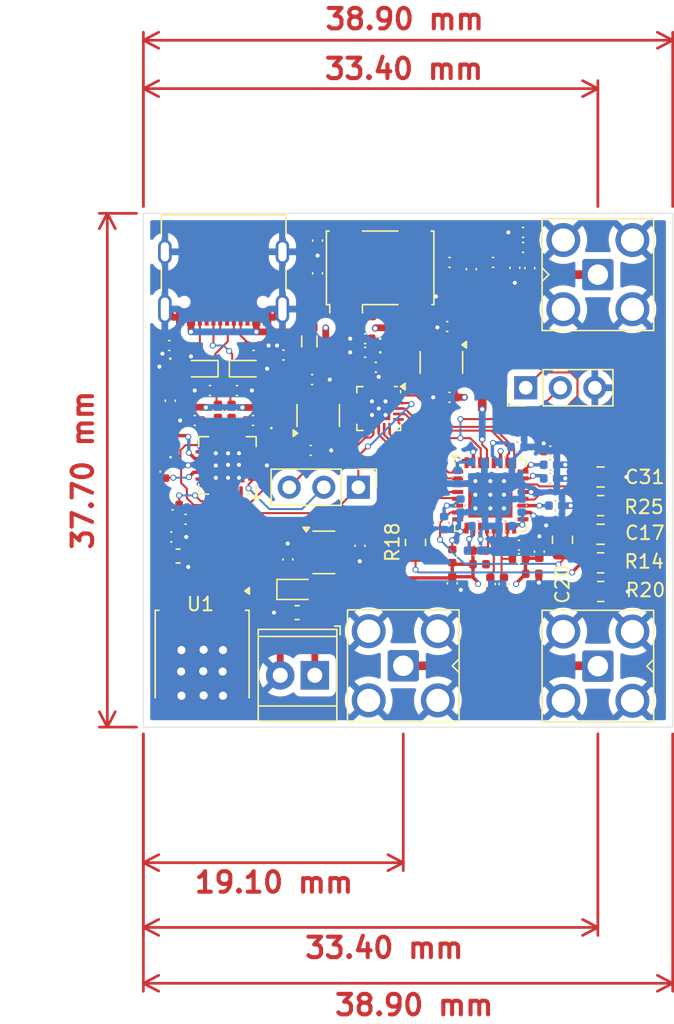
<source format=kicad_pcb>
(kicad_pcb (version 20240108) (generator "pcbnew") (generator_version "8.0")
  (layers (0 "F.Cu" signal) (1 "In1.Cu" signal) (2 "In2.Cu" signal) (31 "B.Cu" signal) (34 "B.Paste" user) (35 "F.Paste" user) (36 "B.SilkS" user "B.Silkscreen") (37 "F.SilkS" user "F.Silkscreen") (38 "B.Mask" user) (39 "F.Mask" user) (44 "Edge.Cuts" user))
  (net 0 "")
  (net 1 "GND")
  (net 2 "Net-(X1-E{slash}B)")
  (net 3 "Net-(U4-REFIN)")
  (net 4 "Net-(X1-OUT)")
  (net 5 "Net-(C4-Pad1)")
  (net 6 "Net-(J5-In)")
  (net 7 "Net-(U4-VREF)")
  (net 8 "Net-(U4-RF_OUT_A-)")
  (net 9 "/Vtune")
  (net 10 "Net-(J7-In)")
  (net 11 "Net-(U4-TEMP)")
  (net 12 "Net-(D4-K)")
  (net 13 "/CLK")
  (net 14 "/DATA")
  (net 15 "/LE")
  (net 16 "Net-(U4-CPout)")
  (net 17 "Net-(D2-K)")
  (net 18 "/RF_EN")
  (net 19 "Net-(C17-Pad2)")
  (net 20 "Net-(J9-In)")
  (net 21 "Net-(U4-RF_OUT_B+)")
  (net 22 "Net-(U4-VCOM)")
  (net 23 "Net-(D7-A)")
  (net 25 "Net-(J4-CC1)")
  (net 26 "/5V")
  (net 27 "/3V3")
  (net 28 "Net-(D3-A)")
  (net 29 "Net-(D5-K)")
  (net 30 "Net-(D6-K)")
  (net 31 "Net-(D7-K)")
  (net 32 "Net-(FB1-Pad1)")
  (net 33 "Net-(J4-CC2)")
  (net 35 "/TXD_M")
  (net 36 "/UPDI")
  (net 37 "/RXD_U")
  (net 38 "/D-M")
  (net 39 "/D+M")
  (net 40 "/RXLED{slash}")
  (net 41 "/TXLED{slash}")
  (net 42 "/RXD_M")
  (net 43 "/TXD_U")
  (net 44 "Net-(R14-Pad2)")
  (net 45 "Net-(U4-RF_OUT_B-)")
  (net 46 "Net-(U4-SW)")
  (net 47 "/TXDEN")
  (net 48 "/SLEEP{slash}")
  (net 49 "Net-(U4-RF_OUT_A+)")
  (net 50 "/MUX")
  (net 51 "Net-(U4-RSET)")
  (net 53 "Net-(D1-K)")
  (net 55 "/CE")
  (net 57 "/12V")
  (net 59 "Net-(D8-A)")
  (net 61 "Net-(D8-K)")
  (net 67 "/LD")
  (net 68 "/VCC_2")
  (net 69 "Net-(C3-Pad2)")
  (net 70 "Net-(R28-Pad1)")
  (net 71 "/VCC_1")
  (net 72 "/3V3_MCU")
  (footprint "Synthesizer:Res_0402" (layer "F.Cu") (at 162.2 100.35)
    (property "Reference" "R15" (hide yes))
    (property "Value" "51R" (hide yes))
  )
  (footprint "Synthesizer:SMA_Amphenol_901-143_Horizontal" (layer "F.Cu") (at 153.7 109.2 180)
    (property "Reference" "J7" (hide yes))
    (property "Value" "RFOUTA")
  )
  (footprint "Synthesizer:Cap_0402" (layer "F.Cu") (at 136.65 99.75)
    (property "Reference" "C6" (hide yes))
    (property "Value" "100n" (hide yes))
  )
  (footprint "Capacitor_SMD:C_0805_2012Metric" (layer "F.Cu") (at 165.4 99.95 90)
    (property "Reference" "C20")
    (property "Value" "2.7n" (hide yes))
  )
  (footprint "LED_SMD:LED_0402_1005Metric" (layer "F.Cu") (at 153.1 85.2)
    (property "Reference" "D7" (hide yes))
    (property "Value" "PA2" (hide yes))
  )
  (footprint "Synthesizer:Res_0402" (layer "F.Cu") (at 137.7 98.45)
    (property "Reference" "R16" (hide yes))
    (property "Value" "1K" (hide yes))
  )
  (footprint "Synthesizer:Res_0402" (layer "F.Cu") (at 150.9 86.2 180)
    (property "Reference" "R17" (hide yes))
    (property "Value" "1K" (hide yes))
  )
  (footprint "Synthesizer:Res_0402" (layer "F.Cu") (at 162.5 77.4 180)
    (property "Reference" "R5" (hide yes))
    (property "Value" "51R" (hide yes))
  )
  (footprint "LED_SMD:LED_0402_1005Metric" (layer "F.Cu") (at 153.1 86.2)
    (property "Reference" "D8" (hide yes))
    (property "Value" "PA3" (hide yes))
  )
  (footprint "Synthesizer:SMA_Amphenol_901-143_Horizontal" (layer "F.Cu") (at 168 80.5)
    (property "Reference" "J5" (hide yes))
    (property "Value" "REF_IN")
  )
  (footprint "Connector_PinHeader_2.54mm:PinHeader_1x03_P2.54mm_Vertical" (layer "F.Cu") (at 150.4 96.1 -90)
    (property "Reference" "J8" (hide yes))
    (property "Value" "Header 1x3" (hide yes))
  )
  (footprint "Package_TO_SOT_SMD:SOT-23-5" (layer "F.Cu") (at 156.5 86.9425 -90)
    (property "Reference" "U5" (hide yes))
    (property "Value" "ADP150AUJZ-3.3-R7" (hide yes))
  )
  (footprint "Synthesizer:Cap_0402" (layer "F.Cu") (at 147.4 78 90)
    (property "Reference" "C5" (hide yes))
    (property "Value" "10n" (hide yes))
  )
  (footprint "Synthesizer:Cap_0402" (layer "F.Cu") (at 161.1 103.2 -90)
    (property "Reference" "C23" (hide yes))
    (property "Value" "100p" (hide yes))
  )
  (footprint "Capacitor_SMD:C_0603_1608Metric" (layer "F.Cu") (at 145.9 105.300787 180)
    (property "Reference" "C1" (hide yes))
    (property "Value" "330n 50V" (hide yes))
  )
  (footprint "Resistor_SMD:R_0805_2012Metric" (layer "F.Cu") (at 154.6 100.15 90)
    (property "Reference" "R18")
    (property "Value" "NP" (hide yes))
  )
  (footprint "Inductor_SMD:L_0805_2012Metric" (layer "F.Cu") (at 146.8 85.4 -90)
    (property "Reference" "FB1" (hide yes))
    (property "Value" "FerriteBead_Small" (hide yes))
  )
  (footprint "Synthesizer:Cap_0402" (layer "F.Cu") (at 139.497681 89.001574 180)
    (property "Reference" "C9" (hide yes))
    (property "Value" "47p" (hide yes))
  )
  (footprint "Synthesizer:Oscillator_SMD_IQD_IQXO70-4Pin_7.5x5.0mm" (layer "F.Cu") (at 152 80)
    (property "Reference" "X1" (hide yes))
    (property "Value" "IQXO-70" (hide yes))
  )
  (footprint "Resistor_SMD:R_0805_2012Metric" (layer "F.Cu") (at 168.2 97.45 180)
    (property "Reference" "R25")
    (property "Value" "1K" (hide yes))
  )
  (footprint "Synthesizer:Cap_0402" (layer "F.Cu") (at 150.519074 100.398393 -90)
    (property "Reference" "C33" (hide yes))
    (property "Value" "1u" (hide yes))
  )
  (footprint "LED_SMD:LED_0402_1005Metric" (layer "F.Cu") (at 136.577 87.75 -90)
    (property "Reference" "D3" (hide yes))
    (property "Value" "White" (hide yes))
  )
  (footprint "Synthesizer:Res_0402" (layer "F.Cu") (at 142.659467 91.198426)
    (property "Reference" "R19" (hide yes))
    (property "Value" "1K" (hide yes))
  )
  (footprint "Synthesizer:SMA_Amphenol_901-143_Horizontal" (layer "F.Cu") (at 168 109.23 180)
    (property "Reference" "J9" (hide yes))
    (property "Value" "RFOUTB")
  )
  (footprint "Synthesizer:Cap_0402" (layer "F.Cu") (at 157.1 89.5 180)
    (property "Reference" "C32" (hide yes))
    (property "Value" "1u" (hide yes))
  )
  (footprint "Synthesizer:Res_0402" (layer "F.Cu") (at 142.7 85.7 180)
    (property "Reference" "R3" (hide yes))
    (property "Value" "5K1" (hide yes))
  )
  (footprint "Synthesizer:Res_0402" (layer "F.Cu") (at 140.077 90.5 90)
    (property "Reference" "R24" (hide yes))
    (property "Value" "22R" (hide yes))
  )
  (footprint "Synthesizer:Res_0402" (layer "F.Cu") (at 159.3 101.75 180)
    (property "Reference" "R23" (hide yes))
    (property "Value" "51R" (hide yes))
  )
  (footprint "Synthesizer:LFCSP-32-1EP_5x5mm_P0.5mm_EP3.25x3.25mm" (layer "F.Cu") (at 160.1 96.7)
    (property "Reference" "U4" (hide yes))
    (property "Value" "ADF435x" (hide yes))
  )
  (footprint "Synthesizer:Res_0402" (layer "F.Cu") (at 160.3 79.6 180)
    (property "Reference" "R28" (hide yes))
    (property "Value" "NP" (hide yes))
  )
  (footprint "Synthesizer:Res_0402" (layer "F.Cu") (at 161.9 80 -90)
    (property "Reference" "R6" (hide yes))
    (property "Value" "330R" (hide yes))
  )
  (footprint "Synthesizer:Cap_0402" (layer "F.Cu") (at 156.929107 84.306574 180)
    (property "Reference" "C27" (hide yes))
    (property "Value" "1u" (hide yes))
  )
  (footprint "Resistor_SMD:R_0805_2012Metric" (layer "F.Cu") (at 168.2125 103.75)
    (property "Reference" "R20")
    (property "Value" "0R" (hide yes))
  )
  (footprint "Synthesizer:Res_0402" (layer "F.Cu") (at 164.5 93.45)
    (property "Reference" "R22" (hide yes))
    (property "Value" "5k1" (hide yes))
  )
  (footprint "Synthesizer:Cap_0402" (layer "F.Cu") (at 151.680893 87.298426)
    (property "Reference" "C29" (hide yes))
    (property "Value" "100n" (hide yes))
  )
  (footprint "Capacitor_SMD:C_0805_2012Metric" (layer "F.Cu") (at 168.2 95.35)
    (property "Reference" "C31")
    (property "Value" "680p" (hide yes))
  )
  (footprint "Synthesizer:Res_0402" (layer "F.Cu") (at 136.577 89.75 -90)
    (property "Reference" "R9" (hide yes))
    (property "Value" "1K" (hide yes))
  )
  (footprint "Synthesizer:Cap_0402" (layer "F.Cu") (at 163.001574 80.020893 -90)
    (property "Reference" "C4" (hide yes))
    (property "Value" "10n" (hide yes))
  )
  (footprint "Synthesizer:Cap_0402" (layer "F.Cu") (at 146.9 93.4)
    (property "Reference" "C44" (hide yes))
    (property "Value" "1u" (hide yes))
  )
  (footprint "Connector_PinHeader_2.54mm:PinHeader_1x03_P2.54mm_Vertical" (layer "F.Cu") (at 162.7 88.8 90)
    (property "Reference" "J2" (hide yes))
    (property "Value" "Scope" (hide yes))
  )
  (footprint "LED_SMD:LED_0402_1005Metric" (layer "F.Cu") (at 136.6 92.8 90)
    (property "Reference" "D4" (hide yes))
    (property "Value" "Yellow" (hide yes))
  )
  (footprint "Synthesizer:Res_0402" (layer "F.Cu") (at 159.3 100.75 180)
    (property "Reference" "R21" (hide yes))
    (property "Value" "51R" (hide yes))
  )
  (footprint "Capacitor_SMD:C_0603_1608Metric" (layer "F.Cu") (at 137.15 101.15)
    (property "Reference" "C8" (hide yes))
    (property "Value" "6.8u" (hide yes))
  )
  (footprint "Synthesizer:Cap_0402" (layer "F.Cu") (at 164.5 95.45)
    (property "Reference" "C26" (hide yes))
    (property "Value" "100n" (hide yes))
  )
  (footprint "Synthesizer:Cap_0402" (layer "F.Cu") (at 163.180893 102.448426)
    (property "Reference" "C42" (hide yes))
    (property "Value" "100n" (hide yes))
  )
  (footprint "Synthesizer:Cap_0402" (layer "F.Cu") (at 138.378574 91.2 180)
    (property "Reference" "C7" (hide yes))
    (property "Value" "100n" (hide yes))
  )
  (footprint "TerminalBlock_TE-Connectivity:TerminalBlock_TE_282834-2_1x02_P2.54mm_Horizontal" (layer "F.Cu") (at 147.198426 109.900787 180)
    (property "Reference" "J1" (hide yes))
    (property "Value" "Screw_Terminal_01x02" (hide yes))
  )
  (footprint "Synthesizer:Res_0402" (layer "F.Cu") (at 162.5 78.5 180)
    (property "Reference" "R7" (hide yes))
    (property "Value" "15R" (hide yes))
  )
  (footprint "Synthesizer:Cap_0402" (layer "F.Cu") (at 164.5 94.45)
    (property "Reference" "C10" (hide yes))
    (property "Value" "100n" (hide yes))
  )
  (footprint "Synthesizer:Cap_0402" (layer "F.Cu") (at 141.478574 89)
    (property "Reference" "C11" (hide yes))
    (property "Value" "47p" (hide yes))
  )
  (footprint "Diode_SMD:D_0603_1608Metric" (layer "F.Cu") (at 145.9 103.600787)
    (property "Reference" "D1" (hide yes))
    (property "Value" "D_Schottky" (hide yes))
  )
  (footprint "Diode_SMD:D_SOD-523" (layer "F.Cu") (at 138.828574 87.4 180)
    (property "Reference" "D2" (hide yes))
    (property "Value" "MM3Z3V6" (hide yes))
  )
  (footprint "Synthesizer:Res_0402" (layer "F.Cu") (at 150.9 85.2 180)
    (property "Reference" "R10" (hide yes))
    (property "Value" "1K" (hide yes))
  )
  (footprint "Synthesizer:Res_0402" (layer "F.Cu") (at 157.1 79.6 180)
    (property "Reference" "R2" (hide yes))
    (property "Value" "0R" (hide yes))
  )
  (footprint "Synthesizer:Res_0402" (layer "F.Cu") (at 162.2 101.35)
    (property "Reference" "R11" (hide yes))
    (property "Value" "51R" (hide yes))
  )
  (footprint "Synthesizer:Cap_0402" (layer "F.Cu") (at 145.215926 101.396607 90)
    (property "Reference" "C14" (hide yes))
    (property "Value" "1u" (hide yes))
  )
  (footprint "Synthesizer:Cap_0402" (layer "F.Cu") (at 144.9 86.4 180)
    (property "Reference" "C2" (hide yes))
    (property "Value" "100n" (hide yes))
  )
  (footprint "Synthesizer:Res_0402" (layer "F.Cu") (at 136.5 85.7)
    (property "Reference" "R1" (hide yes))
    (property "Value" "5K1" (hide yes))
  )
  (footprint "Synthesizer:Cap_0402" (layer "F.Cu") (at 163.698426 100.829107 90)
    (property "Reference" "C43" (hide yes))
    (property "Value" "120p" (hide yes))
  )
  (footprint "Synthesizer:Res_0402" (layer "F.Cu") (at 147.4 80.4 90)
    (property "Reference" "R4" (hide yes))
    (property "Value" "10K" (hide yes))
  )
  (footprint "Synthesizer:Cap_0402" (layer "F.Cu") (at 157.3 103.15 -90)
    (property "Reference" "C41" (hide yes))
    (property "Value" "100n" (hide yes))
  )
  (footprint "Package_TO_SOT_SMD:SOT-23-5" (layer "F.Cu") (at 147.8675 100.88)
    (property "Reference" "U6" (hide yes))
    (property "Value" "ADP150AUJZ-3.3-R7" (hide yes))
  )
  (footprint "Synthesizer:Cap_0402" (layer "F.Cu") (at 147 88.2)
    (property "Reference" "C22" (hide yes))
    (property "Value" "1u" (hide yes))
  )
  (footprint "Synthesizer:Cap_0402" (layer "F.Cu") (at 158.7 80.1 90)
    (property "Reference" "C3" (hide yes))
    (property "Value" "1n" (hide yes))
  )
  (footprint "Synthesizer:Cap_0402" (layer "F.Cu") (at 160.1 103.2 -90)
    (property "Reference" "C12" (hide yes))
    (property "Value" "100p" (hide yes))
  )
  (footprint "Package_DFN_QFN:QFN-20-1EP_4x4mm_P0.5mm_EP2.5x2.5mm" (layer "F.Cu") (at 140.778574 94.5 180)
    (property "Reference" "U2" (hide yes))
    (property "Value" "FT231XQ" (hide yes))
  )
  (footprint "Synthesizer:Cap_0402" (layer "F.Cu") (at 157.298426 101.15 90)
    (property "Reference" "C15" (hide yes))
    (property "Value" "120p" (hide yes))
  )
  (footprint "Synthesizer:Res_0402" (layer "F.Cu") (at 136.2 94.95 90)
    (property "Reference" "R8" (hide yes))
    (property "Value" "1K" (hide yes))
  )
  (footprint "Package_TO_SOT_SMD:SOT-23-5" (layer "F.Cu") (at 147.45 90.8375 90)
    (property "Reference" "U7" (hide yes))
    (property "Value" "ADP150AUJZ-3.3-R7" (hide yes))
  )
  (footprint "Synthesizer:Res_0402" (layer "F.Cu") (at 136.75 97.4 180)
    (property "Reference" "R12" (hide yes))
    (property "Value" "1K" (hide yes))
  )
  (footprint "Synthesizer:Cap_0402" (layer "F.Cu") (at 164.879107 97.451574 180)
    (property "Reference" "C16" (hide yes))
    (property "Value" "100n" (hide yes))
  )
  (footprint "Synthesizer:Res_0402" (layer "F.Cu") (at 141.078574 90.5 90)
    (property "Reference" "R13" (hide yes))
    (property "Value" "22R" (hide yes))
  )
  (footprint "Synthesizer:USB_C_Receptacle_G-Switch_GT-USB-7010ASV" (layer "F.Cu") (at 140.5 79.9 180)
    (property "Reference" "J4" (hide yes))
    (property "Value" "USB-C 2.0 16P" (hide yes))
  )
  (footprint "Package_DFN_QFN:VQFN-20-1EP_3x3mm_P0.4mm_EP1.7x1.7mm" (layer "F.Cu") (at 151.895898 90.323426 -90)
    (property "Reference" "U3" (hide yes))
    (property "Value" "ATtiny1616-M" (hide yes))
  )
  (footprint "Diode_SMD:D_SOD-523" (layer "F.Cu") (at 142.178574 87.4)
    (property "Reference" "D6" (hide yes))
    (property "Value" "MM3Z3V6" (hide yes))
  )
  (footprint "Capacitor_SMD:C_0805_2012Metric" (layer "F.Cu") (at 168.2 99.55)
    (property "Reference" "C17")
    (property "Value" "4.7n" (hide yes))
  )
  (footprint "Resistor_SMD:R_0805_2012Metric" (layer "F.Cu") (at 168.2 101.65 180)
    (property "Reference" "R14")
    (property "Value" "560R" (hide yes))
  )
  (footprint "Package_TO_SOT_SMD:TO-252-2" (layer "F.Cu") (at 138.92 108.44 -90)
    (property "Reference" "U1")
    (property "Value" "LM7805A" (hide yes))
  )
  (footprint "LED_SMD:LED_0402_1005Metric" (layer "F.Cu") (at 144.003574 92.85 -90)
    (property "Reference" "D5" (hide yes))
    (property "Value" "Yellow" (hide yes))
  )
  (footprint "Synthesizer:Cap_0402" (layer "B.Cu") (at 161.2 98.95 180)
    (property "Reference" "C18" (hide yes))
    (property "Value" "100n" (hide yes))
  )
  (footprint "Synthesizer:Cap_0402" (layer "B.Cu") (at 164.879107 97.448426 180)
    (property "Reference" "C38" (hide yes))
    (property "Value" "10p" (hide yes))
  )
  (footprint "Synthesizer:Cap_0402" (layer "B.Cu") (at 161.2 94.25 180)
    (property "Reference" "C21" (hide yes))
    (property "Value" "10p" (hide yes))
  )
  (footprint "Synthesizer:Cap_0402" (layer "B.Cu") (at 159.219107 98.948426 180)
    (property "Reference" "C40" (hide yes))
    (property "Value" "10p" (hide yes))
  )
  (footprint "Synthesizer:Cap_0402" (layer "B.Cu") (at 158.9 100.75)
    (property "Reference" "C39" (hide yes))
    (property "Value" "100n" (hide yes))
  )
  (footprint "Synthesizer:Cap_0402" (layer "B.Cu") (at 157.9 97.45 -90)
    (property "Reference" "C24" (hide yes))
    (property "Value" "10p" (hide yes))
  )
  (footprint "Synthesizer:Cap_0402" (layer "B.Cu") (at 162.1 93.15)
    (property "Reference" "C30" (hide yes))
    (property "Value" "100n" (hide yes))
  )
  (footprint "Synthesizer:Cap_0402" (layer "B.Cu") (at 162.398426 97.45 -90)
    (property "Reference" "C28" (hide yes))
    (property "Value" "10p" (hide yes))
  )
  (footprint "Synthesizer:Cap_0402" (layer "B.Cu") (at 159.179107 94.248426 180)
    (property "Reference" "C19" (hide yes))
    (property "Value" "10p" (hide yes))
  )
  (footprint "Synthesizer:Cap_0402" (layer "B.Cu") (at 156.698426 98.730893 -90)
    (property "Reference" "C25" (hide yes))
    (property "Value" "100n" (hide yes))
  )
  (footprint "Synthesizer:Cap_0402" (layer "B.Cu") (at 157.7 95.35 -90)
    (property "Reference" "C13" (hide yes))
    (property "Value" "100n" (hide yes))
  )
  (footprint "Synthesizer:Cap_0402" (layer "B.Cu") (at 164.5 94.45 180)
    (property "Reference" "C36" (hide yes))
    (property "Value" "10p" (hide yes))
  )
  (footprint "Synthesizer:Cap_0402" (layer "B.Cu") (at 164.5 95.45 180)
    (property "Reference" "C37" (hide yes))
    (property "Value" "10p" (hide yes))
  )
  (gr_rect (start 134.6 76) (end 173.5 113.7) (stroke (width 0.05)) (fill none) (layer "Edge.Cuts"))
  (dimension (type aligned) (layer "F.Cu") (pts (xy 134.6 113.7) (xy 173.5 113.7)) (height 18.8) (gr_text "38.90 mm" (at 154.5 134.1 0) (layer "F.Cu") (effects (font (size 1.5 1.5) (thickness 0.3)))) (format (prefix "") (suffix "") (units 3) (units_format 1) (precision 2)) (style (thickness 0.2) (arrow_length 1.27) (text_position_mode 2) (extension_height 0.58642) (extension_offset 0.5) keep_text_aligned))
  (dimension (type aligned) (layer "F.Cu") (pts (xy 134.6 113.7) (xy 168 113.7)) (height 14.7) (gr_text "33.40 mm" (at 152.3 129.9 0) (layer "F.Cu") (effects (font (size 1.5 1.5) (thickness 0.3)))) (format (prefix "") (suffix "") (units 3) (units_format 1) (precision 2)) (style (thickness 0.2) (arrow_length 1.27) (text_position_mode 2) (extension_height 0.58642) (extension_offset 0.5) keep_text_aligned))
  (dimension (type aligned) (layer "F.Cu") (pts (xy 134.6 76) (xy 168 76)) (height -9.15) (gr_text "33.40 mm" (at 153.75 65.4 0) (layer "F.Cu") (effects (font (size 1.5 1.5) (thickness 0.3)))) (format (prefix "") (suffix "") (units 3) (units_format 1) (precision 2)) (style (thickness 0.2) (arrow_length 1.27) (text_position_mode 2) (extension_height 0.58642) (extension_offset 0.5) keep_text_aligned))
  (dimension (type aligned) (layer "F.Cu") (pts (xy 134.6 76) (xy 173.5 76)) (height -12.7) (gr_text "38.90 mm" (at 153.8 61.75 0) (layer "F.Cu") (effects (font (size 1.5 1.5) (thickness 0.3)))) (format (prefix "") (suffix "") (units 3) (units_format 1) (precision 2)) (style (thickness 0.2) (arrow_length 1.27) (text_position_mode 2) (extension_height 0.58642) (extension_offset 0.5) keep_text_aligned))
  (dimension (type aligned) (layer "F.Cu") (pts (xy 134.6 76) (xy 134.6 113.7)) (height 2.65) (gr_text "37.70 mm" (at 130.15 94.85 90) (layer "F.Cu") (effects (font (size 1.5 1.5) (thickness 0.3)))) (format (prefix "") (suffix "") (units 3) (units_format 1) (precision 2)) (style (thickness 0.2) (arrow_length 1.27) (text_position_mode 0) (extension_height 0.58642) (extension_offset 0.5) keep_text_aligned))
  (dimension (type aligned) (layer "F.Cu") (pts (xy 134.6 113.7) (xy 153.7 113.7)) (height 9.95) (gr_text "19.10 mm" (at 144.2 125.1 0) (layer "F.Cu") (effects (font (size 1.5 1.5) (thickness 0.3)))) (format (prefix "") (suffix "") (units 3) (units_format 1) (precision 2)) (style (thickness 0.2) (arrow_length 1.27) (text_position_mode 2) (extension_height 0.58642) (extension_offset 0.5) keep_text_aligned))
  (segment (start 164.979107 94.451574) (end 165.600006 94.451574) (width 0.25) (layer "F.Cu") (net 1))
  (segment (start 158.35 99.1) (end 158.1 99.35) (width 0.25) (layer "F.Cu") (net 1))
  (segment (start 154.54 82.1) (end 156.1 82.1) (width 0.5) (layer "F.Cu") (net 1))
  (segment (start 137.129107 100.354107) (end 137.129107 99.751574) (width 0.5) (layer "F.Cu") (net 1))
  (segment (start 156.275 84.305) (end 156.205 84.375) (width 0.5) (layer "F.Cu") (net 1))
  (segment (start 145.125 105.300787) (end 145.125 106.575) (width 0.5) (layer "F.Cu") (net 1))
  (segment (start 150.420893 85.198426) (end 149.800008 85.198426) (width 0.25) (layer "F.Cu") (net 1))
  (segment (start 147.45 91.975) (end 147.45 88.230681) (width 0.5) (layer "F.Cu") (net 1))
  (segment (start 152.16 87.7111) (end 151.895898 87.975202) (width 0.15) (layer "F.Cu") (net 1))
  (segment (start 157.5 98.65) (end 157.5 98.750004) (width 0.25) (layer "F.Cu") (net 1))
  (segment (start 150.420893 86.198426) (end 149.800006 86.198426) (width 0.25) (layer "F.Cu") (net 1))
  (segment (start 146.6925 100.9175) (end 146.73 100.88) (width 0.5) (layer "F.Cu") (net 1))
  (segment (start 164.019107 93.451574) (end 164.019107 92.880913) (width 0.25) (layer "F.Cu") (net 1))
  (segment (start 137.711786 101.15) (end 137.925 101.15) (width 0.5) (layer "F.Cu") (net 1))
  (segment (start 139.018574 89) (end 138.378574 89) (width 0.15) (layer "F.Cu") (net 1))
  (segment (start 137.3 83.625) (end 137.277 83.648) (width 0.15) (layer "F.Cu") (net 1))
  (segment (start 137.925 101.15) (end 137.129107 100.354107) (width 0.5) (layer "F.Cu") (net 1))
  (segment (start 148.298426 88.201574) (end 148.3 88.2) (width 0.5) (layer "F.Cu") (net 1))
  (segment (start 157.298426 103.629107) (end 157.929107 103.629107) (width 0.5) (layer "F.Cu") (net 1))
  (segment (start 157.7 98.45) (end 157.5 98.65) (width 0.25) (layer "F.Cu") (net 1))
  (segment (start 158.8375 93.5) (end 158.780893 93.443393) (width 0.25) (layer "F.Cu") (net 1))
  (segment (start 157.9 99.35) (end 157.5 98.95) (width 0.25) (layer "F.Cu") (net 1))
  (segment (start 161.898426 80.479107) (end 161.898426 81.1) (width 0.635) (layer "F.Cu") (net 1))
  (segment (start 157.929107 103.629107) (end 157.929114 103.629114) (width 0.5) (layer "F.Cu") (net 1))
  (segment (start 137.277 83.648) (end 137.277 83.7195) (width 0.15) (layer "F.Cu") (net 1))
  (segment (start 157.3 100) (end 157.299998 99.999998) (width 0.15) (layer "F.Cu") (net 1))
  (segment (start 142.716074 94.5) (end 143.678574 94.5) (width 0.15) (layer "F.Cu") (net 1))
  (segment (start 137.878574 94.5) (end 138.841074 94.5) (width 0.25) (layer "F.Cu") (net 1))
  (segment (start 144.22 83.625) (end 144.82 83.025) (width 0.5) (layer "F.Cu") (net 1))
  (segment (start 158.8375 93.5) (end 158.8125 93.525) (width 0.15) (layer "F.Cu") (net 1))
  (segment (start 137.3 83.625) (end 136.78 83.625) (width 0.5) (layer "F.Cu") (net 1))
  (segment (start 137.925 101.15) (end 137.925 101.925) (width 0.5) (layer "F.Cu") (net 1))
  (segment (start 163.038336 97.95) (end 163.269168 98.180832) (width 0.25) (layer "F.Cu") (net 1))
  (segment (start 156.5 85.805) (end 156.5 89.377533) (width 0.5) (layer "F.Cu") (net 1))
  (segment (start 162.020893 77.398426) (end 161.420893 77.398426) (width 0.635) (layer "F.Cu") (net 1))
  (segment (start 147.379107 93.401574) (end 148.398426 93.401574) (width 0.5) (layer "F.Cu") (net 1))
  (segment (start 137.751571 99.751574) (end 137.751578 99.751567) (width 0.5) (layer "F.Cu") (net 1))
  (segment (start 169.125 103.75) (end 170.2 103.75) (width 0.25) (layer "F.Cu") (net 1))
  (segment (start 147.379107 92.045893) (end 147.45 91.975) (width 0.5) (layer "F.Cu") (net 1))
  (segment (start 152.16 87.3) (end 152.16 87.7111) (width 0.15) (layer "F.Cu") (net 1))
  (segment (start 147.401574 79.098416) (end 147.4 79.09999) (width 0.25) (layer "F.Cu") (net 1))
  (segment (start 136.78 83.625) (end 136.18 83.025) (width 0.5) (layer "F.Cu") (net 1))
  (segment (start 157.3 100.670893) (end 157.3 100) (width 0.15) (layer "F.Cu") (net 1))
  (segment (start 163.66 102.45) (end 163.66 103.1) (width 0.5) (layer "F.Cu") (net 1))
  (segment (start 158.1 99.35) (end 157.9 99.35) (width 0.25) (layer "F.Cu") (net 1))
  (segment (start 138.128574 87.4) (end 138.128574 86.528574) (width 0.15) (layer "F.Cu") (net 1))
  (segment (start 144.200787 105.300787) (end 144.2 105.3) (width 0.5) (layer "F.Cu") (net 1))
  (segment (start 164.979107 95.451574) (end 165.6 95.451574) (width 0.25) (layer "F.Cu") (net 1))
  (segment (start 165.36 97.45) (end 166 97.45) (width 0.25) (layer "F.Cu") (net 1))
  (segment (start 137.705893 101.144107) (end 137.711786 101.15) (width 0.5) (layer "F.Cu") (net 1))
  (segment (start 158.85 93.5125) (end 158.85 94.3) (width 0.25) (layer "F.Cu") (net 1))
  (segment (start 155.901576 89.498426) (end 155.900002 89.5) (width 0.5) (layer "F.Cu") (net 1))
  (segment (start 150.5175 100.8775) (end 146.7325 100.8775) (width 0.5) (layer "F.Cu") (net 1))
  (segment (start 150.5175 101.5175) (end 150.505 101.53) (width 0.5) (layer "F.Cu") (net 1))
  (segment (start 135.777 87.25) (end 136.562 87.25) (width 0.15) (layer "F.Cu") (net 1))
  (segment (start 156.5 89.377533) (end 156.620893 89.498426) (width 0.5) (layer "F.Cu") (net 1))
  (segment (start 144.420893 85.7) (end 144.420893 86.398426) (width 0.15) (layer "F.Cu") (net 1))
  (segment (start 143.7 83.625) (end 144.22 83.625) (width 0.5) (layer "F.Cu") (net 1))
  (segment (start 165.4 99) (end 164.3 99) (width 0.15) (layer "F.Cu") (net 1))
  (segment (start 156.45 84.305) (end 156.275 84.305) (width 0.5) (layer "F.Cu") (net 1))
  (segment (start 145.2175 100.9175) (end 146.6925 100.9175) (width 0.5) (layer "F.Cu") (net 1))
  (segment (start 157.5 98.95) (end 157.5 98.750004) (width 0.25) (layer "F.Cu") (net 1))
  (segment (start 144.658426 107.041574) (end 144.658426 109.900787) (width 0.5) (layer "F.Cu") (net 1))
  (segment (start 142.578574 89) (end 142.577 89.001574) (width 0.15) (layer "F.Cu") (net 1))
  (segment (start 142.577 89.001574) (end 141.957681 89.001574) (width 0.15) (layer "F.Cu") (net 1))
  (segment (start 169.15 95.35) (end 170.099996 95.35) (width 0.25) (layer "F.Cu") (net 1))
  (segment (start 160.85 94.3) (end 160.85 93.45) (width 0.25) (layer "F.Cu") (net 1))
  (segment (start 138.128574 86.528574) (end 138.1 86.5) (width 0.15) (layer "F.Cu") (net 1))
  (segment (start 148.398426 93.401574) (end 148.4 93.4) (width 0.5) (layer "F.Cu") (net 1))
  (segment (start 156.620893 89.498426) (end 155.901576 89.498426) (width 0.5) (layer "F.Cu") (net 1))
  (segment (start 147.479107 88.201574) (end 148.298426 88.201574) (width 0.5) (layer "F.Cu") (net 1))
  (segment (start 137.925 101.925) (end 137.9 101.95) (width 0.5) (layer "F.Cu") (net 1))
  (segment (start 156.5 84.355) (end 156.45 84.305) (width 0.5) (layer "F.Cu") (net 1))
  (segment (start 158.8375 93.5) (end 158.85 93.5125) (width 0.25) (layer "F.Cu") (net 1))
  (segment (start 151.895898 87.975202) (end 151.895898 88.873426) (width 0.15) (layer "F.Cu") (net 1))
  (segment (start 145.2175 100.9175) (end 145.2175 100.2425) (width 0.5) (layer "F.Cu") (net 1))
  (segment (start 136 86.3) (end 136 85.720681) (width 0.15) (layer "F.Cu") (net 1))
  (segment (start 162.5 97.95) (end 163.038336 97.95) (width 0.25) (layer "F.Cu") (net 1))
  (segment (start 137.303574 91.198426) (end 137.899467 91.198426) (width 0.15) (layer "F.Cu") (net 1))
  (segment (start 150.5175 100.8775) (end 150.5175 101.5175) (width 0.5) (layer "F.Cu") (net 1))
  (segment (start 156.5 85.805) (end 156.5 84.355) (width 0.5) (layer "F.Cu") (net 1))
  (segment (start 164.3 99) (end 164.2 98.9) (width 0.15) (layer "F.Cu") (net 1))
  (segment (start 136.562 87.25) (end 136.577 87.265) (width 0.15) (layer "F.Cu") (net 1))
  (segment (start 143.228574 87.4) (end 143.695 87.4) (width 0.15) (layer "F.Cu") (net 1))
  (segment (start 145.125 106.575) (end 144.658426 107.041574) (width 0.5) (layer "F.Cu") (net 1))
  (segment (start 145.2175 100.2425) (end 145.205 100.23) (width 0.5) (layer "F.Cu") (net 1))
  (segment (start 162.5 96.45) (end 163.1 96.45) (width 0.25) (layer "F.Cu") (net 1))
  (segment (start 143.8 85.7) (end 143.182467 85.7) (width 0.15) (layer "F.Cu") (net 1))
  (segment (start 143.182467 85.7) (end 143.180893 85.698426) (width 0.15) (layer "F.Cu") (net 1))
  (segment (start 147.45 88.230681) (end 147.479107 88.201574) (width 0.5) (layer "F.Cu") (net 1))
  (segment (start 147.401574 78.480893) (end 147.401574 79.098416) (width 0.25) (layer "F.Cu") (net 1))
  (segment (start 137.785 101.065) (end 137.87 101.15) (width 0.5) (layer "F.Cu") (net 1))
  (segment (start 163.7 100.35) (end 163.7 99.7) (width 0.5) (layer "F.Cu") (net 1))
  (segment (start 137.129107 99.751574) (end 137.751571 99.751574) (width 0.5) (layer "F.Cu") (net 1))
  (segment (start 137.87 101.15) (end 137.925 101.15) (width 0.5) (layer "F.Cu") (net 1))
  (segment (start 146.7325 100.8775) (end 146.73 100.88) (width 0.5) (layer "F.Cu") (net 1))
  (segment (start 136 85.720681) (end 136.019107 85.701574) (width 0.15) (layer "F.Cu") (net 1))
  (segment (start 147.379107 93.401574) (end 147.379107 92.045893) (width 0.5) (layer "F.Cu") (net 1))
  (segment (start 159.35 99.899996) (end 159.374999 99.924995) (width 0.25) (layer "F.Cu") (net 1))
  (segment (start 145.125 105.300787) (end 144.200787 105.300787) (width 0.5) (layer "F.Cu") (net 1))
  (segment (start 159.35 99.1) (end 159.35 99.899996) (width 0.25) (layer "F.Cu") (net 1))
  (via (at 164.019107 92.880913) (size 0.45) (drill 0.3) (layers "F.Cu" "B.Cu") (net 1))
  (via (at 157.5 98.750004) (size 0.45) (drill 0.3) (layers "F.Cu" "B.Cu") (net 1))
  (via (at 156.205 84.375) (size 0.45) (drill 0.3) (layers "F.Cu" "B.Cu") (net 1))
  (via (at 143.678574 94.5) (size 0.45) (drill 0.3) (layers "F.Cu" "B.Cu") (net 1))
  (via (at 136 86.3) (size 0.45) (drill 0.3) (layers "F.Cu" "B.Cu") (net 1))
  (via (at 148.4 93.4) (size 0.45) (drill 0.3) (layers "F.Cu" "B.Cu") (net 1))
  (via (at 165.6 95.451574) (size 0.45) (drill 0.3) (layers "F.Cu" "B.Cu") (net 1))
  (via (at 139.924967 94.506304) (size 0.45) (drill 0.3) (layers "F.Cu" "B.Cu") (net 1))
  (via (at 165.600006 94.451574) (size 0.45) (drill 0.3) (layers "F.Cu" "B.Cu") (net 1))
  (via (at 151.39667 90.798426) (size 0.45) (drill 0.3) (layers "F.Cu" "B.Cu") (net 1))
  (via (at 151.89667 87.998426) (size 0.45) (drill 0.3) (layers "F.Cu" "B.Cu") (net 1))
  (via (at 138.1 86.5) (size 0.45) (drill 0.3) (layers "F.Cu" "B.Cu") (net 1))
  (via (at 157.299998 99.999998) (size 0.45) (drill 0.3) (layers "F.Cu" "B.Cu") (net 1))
  (via (at 155.900002 89.5) (size 0.45) (drill 0.3) (layers "F.Cu" "B.Cu") (net 1))
  (via (at 159 97.65) (size 0.45) (drill 0.3) (layers "F.Cu" "B.Cu") (net 1))
  (via (at 159 95.65) (size 0.45) (drill 0.3) (layers "F.Cu" "B.Cu") (net 1))
  (via (at 138.378574 89) (size 0.45) (drill 0.3) (layers "F.Cu" "B.Cu") (net 1))
  (via (at 140.425 109.625) (size 0.8) (drill 0.6) (layers "F.Cu" "B.Cu") (net 1))
  (via (at 137.4 111.4) (size 0.8) (drill 0.6) (layers "F.Cu" "B.Cu") (net 1))
  (via (at 159 96.65) (size 0.45) (drill 0.3) (layers "F.Cu" "B.Cu") (net 1))
  (via (at 140.824967 94.456304) (size 0.45) (drill 0.3) (layers "F.Cu" "B.Cu") (net 1))
  (via (at 137.878574 94.5) (size 0.45) (drill 0.3) (layers "F.Cu" "B.Cu") (net 1))
  (via (at 164.2 98.9) (size 0.45) (drill 0.3) (layers "F.Cu" "B.Cu") (net 1))
  (via (at 151.895898 90.323426) (size 0.45) (drill 0.3) (layers "F.Cu" "B.Cu") (net 1))
  (via (at 161.1 97.65) (size 0.45) (drill 0.3) (layers "F.Cu" "B.Cu") (net 1))
  (via (at 137.4 108.05) (size 0.8) (drill 0.6) (layers "F.Cu" "B.Cu") (net 1))
  (via (at 161.898426 81.1) (size 0.45) (drill 0.3) (layers "F.Cu" "B.Cu") (net 1))
  (via (at 143.695 87.4) (size 0.45) (drill 0.3) (layers "F.Cu" "B.Cu") (net 1))
  (via (at 139.924967 93.606304) (size 0.45) (drill 0.3) (layers "F.Cu" "B.Cu") (net 1))
  (via (at 139.924967 95.406304) (size 0.45) (drill 0.3) (layers "F.Cu" "B.Cu") (net 1))
  (via (at 151.39667 89.798426) (size 0.45) (drill 0.3) (layers "F.Cu" "B.Cu") (net 1))
  (via (at 137.375 109.625) (size 0.8) (drill 0.6) (layers "F.Cu" "B.Cu") (net 1))
  (via (at 158.8375 93.5) (size 0.45) (drill 0.3) (layers "F.Cu" "B.Cu") (net 1))
  (via (at 156.1 82.1) (size 0.45) (drill 0.3) (layers "F.Cu" "B.Cu") (net 1))
  (via (at 149.800006 86.198426) (size 0.45) (drill 0.3) (layers "F.Cu" "B.Cu") (net 1))
  (via (at 148.3 88.2) (size 0.45) (drill 0.3) (layers "F.Cu" "B.Cu") (net 1))
  (via (at 161.1 96.65) (size 0.45) (drill 0.3) (layers "F.Cu" "B.Cu") (net 1))
  (via (at 139.025 111.375) (size 0.8) (drill 0.6) (layers "F.Cu" "B.Cu") (net 1))
  (via (at 141.624967 95.406304) (size 0.45) (drill 0.3) (layers "F.Cu" "B.Cu") (net 1))
  (via (at 139.025 108.025) (size 0.8) (drill 0.6) (layers "F.Cu" "B.Cu") (net 1))
  (via (at 157.929114 103.629114) (size 0.45) (drill 0.3) (layers "F.Cu" "B.Cu") (net 1))
  (via (at 135.777 87.25) (size 0.45) (drill 0.3) (layers "F.Cu" "B.Cu") (net 1))
  (via (at 163.269168 98.180832) (size 0.45) (drill 0.3) (layers "F.Cu" "B.Cu") (net 1))
  (via (at 161.420893 77.398426) (size 0.45) (drill 0.3) (layers "F.Cu" "B.Cu") (net 1))
  (via (at 145.205 100.23) (size 0.45) (drill 0.3) (layers "F.Cu" "B.Cu") (net 1))
  (via (at 140.824967 95.406304) (size 0.45) (drill 0.3) (layers "F.Cu" "B.Cu") (net 1))
  (via (at 137.9 101.95) (size 0.45) (drill 0.3) (layers "F.Cu" "B.Cu") (net 1))
  (via (at 150.505 101.53) (size 0.45) (drill 0.3) (layers "F.Cu" "B.Cu") (net 1))
  (via (at 152.39667 90.798426) (size 0.45) (drill 0.3) (layers "F.Cu" "B.Cu") (net 1))
  (via (at 143.8 85.7) (size 0.45) (drill 0.3) (layers "F.Cu" "B.Cu") (net 1))
  (via (at 160.1 97.65) (size 0.45) (drill 0.3) (layers "F.Cu" "B.Cu") (net 1))
  (via (at 157.9 99.35) (size 0.45) (drill 0.3) (layers "F.Cu" "B.Cu") (net 1))
  (via (at 166 97.45) (size 0.45) (drill 0.3) (layers "F.Cu" "B.Cu") (net 1))
  (via (at 147.4 79.09999) (size 0.45) (drill 0.3) (layers "F.Cu" "B.Cu") (net 1))
  (via (at 144.2 105.3) (size 0.45) (drill 0.3) (layers "F.Cu" "B.Cu") (net 1))
  (via (at 141.623393 94.456304) (size 0.45) (drill 0.3) (layers "F.Cu" "B.Cu") (net 1))
  (via (at 160.85 93.45) (size 0.45) (drill 0.3) (layers "F.Cu" "B.Cu") (net 1))
  (via (at 142.578574 89) (size 0.45) (drill 0.3) (layers "F.Cu" "B.Cu") (net 1))
  (via (at 159.374999 99.924995) (size 0.45) (drill 0.3) (layers "F.Cu" "B.Cu") (net 1))
  (via (at 163.7 99.7) (size 0.45) (drill 0.3) (layers "F.Cu" "B.Cu") (net 1))
  (via (at 161.1 95.65) (size 0.45) (drill 0.3) (layers "F.Cu" "B.Cu") (net 1))
  (via (at 160.1 96.65) (size 0.45) (drill 0.3) (layers "F.Cu" "B.Cu") (net 1))
  (via (at 152.39667 89.798426) (size 0.45) (drill 0.3) (layers "F.Cu" "B.Cu") (net 1))
  (via (at 140.45 108.05) (size 0.8) (drill 0.6) (layers "F.Cu" "B.Cu") (net 1))
  (via (at 160.1 95.65) (size 0.45) (drill 0.3) (layers "F.Cu" "B.Cu") (net 1))
  (via (at 163.1 96.45) (size 0.45) (drill 0.3) (layers "F.Cu" "B.Cu") (net 1))
  (via (at 170.2 103.75) (size 0.45) (drill 0.3) (layers "F.Cu" "B.Cu") (net 1))
  (via (at 140.824967 93.606304) (size 0.45) (drill 0.3) (layers "F.Cu" "B.Cu") (net 1))
  (via (at 170.099996 95.35) (size 0.45) (drill 0.3) (layers "F.Cu" "B.Cu") (net 1))
  (via (at 141.624967 93.606304) (size 0.45) (drill 0.3) (layers "F.Cu" "B.Cu") (net 1))
  (via (at 137.303574 91.198426) (size 0.45) (drill 0.3) (layers "F.Cu" "B.Cu") (net 1))
  (via (at 149.800008 85.198426) (size 0.45) (drill 0.3) (layers "F.Cu" "B.Cu") (net 1))
  (via (at 139 109.6) (size 0.8) (drill 0.6) (layers "F.Cu" "B.Cu") (net 1))
  (via (at 140.45 111.4) (size 0.8) (drill 0.6) (layers "F.Cu" "B.Cu") (net 1))
  (via (at 137.751578 99.751567) (size 0.45) (drill 0.3) (layers "F.Cu" "B.Cu") (net 1))
  (via (at 163.66 103.1) (size 0.45) (drill 0.3) (layers "F.Cu" "B.Cu") (net 1))
  (via (at 144.420893 85.7) (size 0.45) (drill 0.3) (layers "F.Cu" "B.Cu") (net 1))
  (segment (start 157.040004 99.21) (end 157.5 98.750004) (width 0.25) (layer "B.Cu") (net 1))
  (segment (start 161.680893 94.107441) (end 162.579107 93.209227) (width 0.25) (layer "B.Cu") (net 1))
  (segment (start 165.179107 95.45336) (end 165.177321 95.451574) (width 0.25) (layer "B.Cu") (net 1))
  (segment (start 159.7 98.95) (end 159.4 99.25) (width 0.25) (layer "B.Cu") (net 1))
  (segment (start 159.4 99.25) (end 159.4 99.899994) (width 0.25) (layer "B.Cu") (net 1))
  (segment (start 157.901574 97.929107) (end 157.901574 98.34843) (width 0.25) (layer "B.Cu") (net 1))
  (segment (start 159.379107 100.748426) (end 159.379107 99.929103) (width 0.25) (layer "B.Cu") (net 1))
  (segment (start 162.579107 93.209227) (end 162.579107 93.148426) (width 0.25) (layer "B.Cu") (net 1))
  (segment (start 159.379107 99.929103) (end 159.374999 99.924995) (width 0.25) (layer "B.Cu") (net 1))
  (segment (start 157.7 97.95) (end 157.690822 97.959178) (width 0.15) (layer "B.Cu") (net 1))
  (segment (start 165.177321 95.451574) (end 164.980893 95.451574) (width 0.25) (layer "B.Cu") (net 1))
  (segment (start 156.7 99.21) (end 157.040004 99.21) (width 0.25) (layer "B.Cu") (net 1))
  (segment (start 157.901574 98.34843) (end 157.5 98.750004) (width 0.25) (layer "B.Cu") (net 1))
  (segment (start 161.680893 94.251574) (end 161.680893 94.107441) (width 0.25) (layer "B.Cu") (net 1))
  (segment (start 164.980893 94.451574) (end 165.101574 94.330893) (width 0.25) (layer "B.Cu") (net 1))
  (segment (start 165.101574 94.330893) (end 165.180893 94.330893) (width 0.25) (layer "B.Cu") (net 1))
  (segment (start 159.4 99.899994) (end 159.374999 99.924995) (width 0.25) (layer "B.Cu") (net 1))
  (segment (start 148.620681 82.1) (end 147.401574 80.880893) (width 0.15) (layer "F.Cu") (net 2))
  (segment (start 149.46 82.1) (end 148.620681 82.1) (width 0.15) (layer "F.Cu") (net 2))
  (segment (start 159.5 92.985874) (end 159.5 92.59) (width 0.15) (layer "F.Cu") (net 3))
  (segment (start 159.85 93.335874) (end 159.5 92.985874) (width 0.15) (layer "F.Cu") (net 3))
  (segment (start 159.85 94.3) (end 159.85 93.335874) (width 0.15) (layer "F.Cu") (net 3))
  (segment (start 159.500024 90.3775) (end 159.500024 81.379341) (width 0.635) (layer "F.Cu") (net 3))
  (segment (start 159.500024 81.379341) (end 158.701574 80.580891) (width 0.635) (layer "F.Cu") (net 3))
  (via (at 159.500024 90.3775) (size 0.45) (drill 0.3) (layers "F.Cu" "B.Cu") (net 3))
  (via (at 159.5 92.59) (size 0.45) (drill 0.3) (layers "F.Cu" "B.Cu") (net 3))
  (segment (start 159.5 92.59) (end 159.5 90.377524) (width 0.5) (layer "B.Cu") (net 3))
  (segment (start 159.5 90.377524) (end 159.500024 90.3775) (width 0.5) (layer "B.Cu") (net 3))
  (segment (start 156.620893 79.598426) (end 156.238426 79.598426) (width 0.635) (layer "F.Cu") (net 4))
  (segment (start 156.238426 79.598426) (end 154.54 77.9) (width 0.635) (layer "F.Cu") (net 4))
  (segment (start 162.980893 78.498426) (end 162.980893 79.520893) (width 0.15) (layer "F.Cu") (net 5))
  (segment (start 162.980893 79.520893) (end 163 79.54) (width 0.15) (layer "F.Cu") (net 5))
  (segment (start 162.980893 78.498426) (end 162.980893 77.398426) (width 0.15) (layer "F.Cu") (net 5))
  (segment (start 168.3 80.5) (end 163.122467 80.5) (width 0.635) (layer "F.Cu") (net 6))
  (segment (start 162.998426 94.451574) (end 163.1 94.451574) (width 0.25) (layer "F.Cu") (net 7))
  (segment (start 162.5 94.95) (end 162.998426 94.451574) (width 0.25) (layer "F.Cu") (net 7))
  (segment (start 164.019107 94.451574) (end 162.998426 94.451574) (width 0.25) (layer "F.Cu") (net 7))
  (via (at 163.1 94.451574) (size 0.45) (drill 0.3) (layers "F.Cu" "B.Cu") (net 7))
  (segment (start 164.020893 94.451574) (end 163.1 94.451574) (width 0.25) (layer "B.Cu") (net 7))
  (segment (start 160.35 101.75) (end 160.35 102.25) (width 0.15) (layer "F.Cu") (net 8))
  (segment (start 160.35 99.1) (end 160.35 101.75) (width 0.15) (layer "F.Cu") (net 8))
  (segment (start 160.2 101.75) (end 160.198426 101.748426) (width 0.15) (layer "F.Cu") (net 8))
  (segment (start 160.35 102.25) (end 160.098426 102.501574) (width 0.15) (layer "F.Cu") (net 8))
  (segment (start 160.098426 102.501574) (end 160.098426 102.719107) (width 0.15) (layer "F.Cu") (net 8))
  (segment (start 160.35 101.75) (end 160.2 101.75) (width 0.15) (layer "F.Cu") (net 8))
  (segment (start 160.198426 101.748426) (end 159.780893 101.748426) (width 0.15) (layer "F.Cu") (net 8))
  (segment (start 163.884889 96.45) (end 163.329889 97.005) (width 0.15) (layer "F.Cu") (net 9))
  (segment (start 162.555 97.005) (end 162.5 96.95) (width 0.15) (layer "F.Cu") (net 9))
  (segment (start 163.329889 97.005) (end 162.555 97.005) (width 0.15) (layer "F.Cu") (net 9))
  (segment (start 166.4 96.2) (end 167.25 95.35) (width 0.15) (layer "F.Cu") (net 9))
  (segment (start 167.3 97.6) (end 166.4 96.7) (width 0.15) (layer "F.Cu") (net 9))
  (segment (start 166.4 96.55) (end 166.4 96.45) (width 0.15) (layer "F.Cu") (net 9))
  (segment (start 166.4 96.45) (end 163.884889 96.45) (width 0.15) (layer "F.Cu") (net 9))
  (segment (start 167.3 97.6) (end 167.1 97.8) (width 0.127) (layer "F.Cu") (net 9))
  (segment (start 166.4 96.7) (end 166.4 96.2) (width 0.15) (layer "F.Cu") (net 9))
  (segment (start 160.098426 103.679107) (end 160.098426 107.201574) (width 0.635) (layer "F.Cu") (net 10))
  (segment (start 158.1 109.2) (end 153.7 109.2) (width 0.635) (layer "F.Cu") (net 10))
  (segment (start 160.098426 107.201574) (end 158.1 109.2) (width 0.635) (layer "F.Cu") (net 10))
  (segment (start 164.4 97.45) (end 163.7 97.45) (width 0.25) (layer "F.Cu") (net 11))
  (segment (start 162.5 97.45) (end 163.7 97.45) (width 0.25) (layer "F.Cu") (net 11))
  (via (at 163.7 97.45) (size 0.45) (drill 0.3) (layers "F.Cu" "B.Cu") (net 11))
  (segment (start 164.4 97.45) (end 163.7 97.45) (width 0.25) (layer "B.Cu") (net 11))
  (segment (start 136.201574 93.683426) (end 136.201574 94.470893) (width 0.15) (layer "F.Cu") (net 12))
  (segment (start 136.6 93.285) (end 136.201574 93.683426) (width 0.15) (layer "F.Cu") (net 12))
  (segment (start 157.025 95.025) (end 153.8 91.8) (width 0.15) (layer "F.Cu") (net 13))
  (segment (start 153.345898 91.345898) (end 153.345898 91.123426) (width 0.15) (layer "F.Cu") (net 13))
  (segment (start 157.625 95.025) (end 157.025 95.025) (width 0.15) (layer "F.Cu") (net 13))
  (segment (start 153.8 91.8) (end 153.345898 91.345898) (width 0.15) (layer "F.Cu") (net 13))
  (segment (start 155.95 95.45) (end 153.7 93.2) (width 0.15) (layer "F.Cu") (net 14))
  (segment (start 152.695898 92.195898) (end 152.695898 91.773426) (width 0.15) (layer "F.Cu") (net 14))
  (segment (start 157.7 95.45) (end 155.95 95.45) (width 0.15) (layer "F.Cu") (net 14))
  (segment (start 153.7 93.2) (end 152.695898 92.195898) (width 0.15) (layer "F.Cu") (net 14))
  (segment (start 155.992248 95.943) (end 153.742248 93.693) (width 0.15) (layer "F.Cu") (net 15))
  (segment (start 152.295898 92.24665) (end 152.295898 91.773426) (width 0.15) (layer "F.Cu") (net 15))
  (segment (start 153.742248 93.693) (end 152.295898 92.24665) (width 0.15) (layer "F.Cu") (net 15))
  (segment (start 157.7 95.95) (end 157.693 95.943) (width 0.15) (layer "F.Cu") (net 15))
  (segment (start 157.693 95.943) (end 155.992248 95.943) (width 0.15) (layer "F.Cu") (net 15))
  (segment (start 157.15 97.95) (end 156.4 98.7) (width 0.15) (layer "F.Cu") (net 16))
  (segment (start 167.25 99.55) (end 165.9 100.9) (width 0.25) (layer "F.Cu") (net 16))
  (segment (start 165.9 100.9) (end 165.4 100.9) (width 0.25) (layer "F.Cu") (net 16))
  (segment (start 169.1125 97.45) (end 169.1 97.45) (width 0.25) (layer "F.Cu") (net 16))
  (segment (start 156.4 98.7) (end 156.4 99.95) (width 0.15) (layer "F.Cu") (net 16))
  (segment (start 165.4 101.47) (end 165.1 101.77) (width 0.15) (layer "F.Cu") (net 16))
  (segment (start 165.4 100.9) (end 165.4 101.47) (width 0.15) (layer "F.Cu") (net 16))
  (segment (start 169.1 97.45) (end 169.1 97.7) (width 0.25) (layer "F.Cu") (net 16))
  (segment (start 157.7 97.95) (end 157.15 97.95) (width 0.15) (layer "F.Cu") (net 16))
  (segment (start 169.1 97.7) (end 167.25 99.55) (width 0.25) (layer "F.Cu") (net 16))
  (via (at 165.1 101.77) (size 0.45) (drill 0.3) (layers "F.Cu" "B.Cu") (net 16))
  (via (at 156.4 99.95) (size 0.45) (drill 0.3) (layers "F.Cu" "B.Cu") (net 16))
  (segment (start 158.172105 101.722105) (end 165.052105 101.722105) (width 0.15) (layer "B.Cu") (net 16))
  (segment (start 165.052105 101.722105) (end 165.1 101.77) (width 0.15) (layer "B.Cu") (net 16))
  (segment (start 156.4 99.95) (end 158.172105 101.722105) (width 0.15) (layer "B.Cu") (net 16))
  (segment (start 140.25 84.6125) (end 140.323 84.6855) (width 0.15) (layer "F.Cu") (net 17))
  (segment (start 140.25 83.625) (end 140.25 84.6125) (width 0.15) (layer "F.Cu") (net 17))
  (segment (start 139.878574 88.979319) (end 139.859467 88.998426) (width 0.15) (layer "F.Cu") (net 17))
  (segment (start 140.323 84.6855) (end 141.25 84.6855) (width 0.15) (layer "F.Cu") (net 17))
  (segment (start 139.878574 87.9) (end 139.878574 86.321426) (width 0.15) (layer "F.Cu") (net 17))
  (segment (start 140.8 85.4) (end 140.8 84.6855) (width 0.15) (layer "F.Cu") (net 17))
  (segment (start 141.25 84.6855) (end 141.25 83.625) (width 0.15) (layer "F.Cu") (net 17))
  (segment (start 139.878574 86.321426) (end 140.8 85.4) (width 0.15) (layer "F.Cu") (net 17))
  (segment (start 139.978574 90) (end 140.078574 90.1) (width 0.15) (layer "F.Cu") (net 17))
  (segment (start 139.978574 89) (end 139.978574 90) (width 0.15) (layer "F.Cu") (net 17))
  (segment (start 139.878574 87.4) (end 139.878574 88.979319) (width 0.15) (layer "F.Cu") (net 17))
  (segment (start 161.35 93.75) (end 161.475 93.625) (width 0.15) (layer "F.Cu") (net 18))
  (segment (start 161.35 94.3) (end 161.35 93.75) (width 0.15) (layer "F.Cu") (net 18))
  (segment (start 160.179889 91.945) (end 155.432434 91.945) (width 0.15) (layer "F.Cu") (net 18))
  (segment (start 153.81086 90.323426) (end 153.345898 90.323426) (width 0.15) (layer "F.Cu") (net 18))
  (segment (start 161.475 93.240111) (end 160.179889 91.945) (width 0.15) (layer "F.Cu") (net 18))
  (segment (start 155.432434 91.945) (end 153.81086 90.323426) (width 0.15) (layer "F.Cu") (net 18))
  (segment (start 161.475 93.625) (end 161.475 93.240111) (width 0.15) (layer "F.Cu") (net 18))
  (segment (start 169.15 99.55) (end 169.15 101.6125) (width 0.25) (layer "F.Cu") (net 19))
  (segment (start 169.15 101.6125) (end 169.1125 101.65) (width 0.25) (layer "F.Cu") (net 19))
  (segment (start 167.95 109.2) (end 167.98 109.23) (width 0.635) (layer "F.Cu") (net 20))
  (segment (start 163.1 109.2) (end 167.95 109.2) (width 0.635) (layer "F.Cu") (net 20))
  (segment (start 161.098426 103.679107) (end 161.098426 107.198426) (width 0.635) (layer "F.Cu") (net 20))
  (segment (start 161.098426 107.198426) (end 163.1 109.2) (width 0.635) (layer "F.Cu") (net 20))
  (segment (start 160.85 99.1) (end 160.8 99.15) (width 0.15) (layer "F.Cu") (net 21))
  (segment (start 160.8 99.65) (end 160.923 99.773) (width 0.15) (layer "F.Cu") (net 21))
  (segment (start 160.923 101.351574) (end 161.719107 101.351574) (width 0.15) (layer "F.Cu") (net 21))
  (segment (start 160.923 102.543681) (end 161.098426 102.719107) (width 0.15) (layer "F.Cu") (net 21))
  (segment (start 160.923 99.773) (end 160.923 102.543681) (width 0.15) (layer "F.Cu") (net 21))
  (segment (start 160.8 99.15) (end 160.8 99.65) (width 0.15) (layer "F.Cu") (net 21))
  (segment (start 163.225445 95.264942) (end 163.240387 95.25) (width 0.25) (layer "F.Cu") (net 22))
  (segment (start 163.225445 95.264942) (end 163.040387 95.45) (width 0.15) (layer "F.Cu") (net 22))
  (segment (start 163.240387 95.25) (end 163.817533 95.25) (width 0.25) (layer "F.Cu") (net 22))
  (segment (start 163.817533 95.25) (end 164.019107 95.451574) (width 0.25) (layer "F.Cu") (net 22))
  (segment (start 163.040387 95.45) (end 162.5 95.45) (width 0.15) (layer "F.Cu") (net 22))
  (via (at 163.225445 95.264942) (size 0.45) (drill 0.3) (layers "F.Cu" "B.Cu") (net 22))
  (segment (start 163.225445 95.264942) (end 163.240387 95.25) (width 0.25) (layer "B.Cu") (net 22))
  (segment (start 163.819319 95.25) (end 164.020893 95.451574) (width 0.25) (layer "B.Cu") (net 22))
  (segment (start 163.240387 95.25) (end 163.819319 95.25) (width 0.25) (layer "B.Cu") (net 22))
  (segment (start 152.695898 88.39194) (end 154.3 86.787838) (width 0.15) (layer "F.Cu") (net 23))
  (segment (start 154 85.2) (end 153.585 85.2) (width 0.15) (layer "F.Cu") (net 23))
  (segment (start 152.695898 88.873426) (end 152.695898 88.39194) (width 0.15) (layer "F.Cu") (net 23))
  (segment (start 154.3 85.5) (end 154 85.2) (width 0.15) (layer "F.Cu") (net 23))
  (segment (start 154.3 86.787838) (end 154.3 85.5) (width 0.15) (layer "F.Cu") (net 23))
  (segment (start 142.2 85.41625) (end 142.2 85.677533) (width 0.15) (layer "F.Cu") (net 25))
  (segment (start 142.2 85.677533) (end 142.220893 85.698426) (width 0.15) (layer "F.Cu") (net 25))
  (segment (start 141.75 84.96625) (end 142.2 85.41625) (width 0.15) (layer "F.Cu") (net 25))
  (segment (start 141.75 83.625) (end 141.75 84.96625) (width 0.15) (layer "F.Cu") (net 25))
  (segment (start 145.380893 92.419107) (end 145.380893 92) (width 0.5) (layer "F.Cu") (net 26))
  (segment (start 136.6 92.315) (end 137.815008 92.315) (width 0.25) (layer "F.Cu") (net 26))
  (segment (start 136.65 103.39) (end 136.64 103.4) (width 0.5) (layer "F.Cu") (net 26))
  (segment (start 139.179107 90.229107) (end 139.2 90.25) (width 0.5) (layer "F.Cu") (net 26))
  (segment (start 144.003574 93.335) (end 144.465 93.335) (width 0.5) (layer "F.Cu") (net 26))
  (segment (start 146.419107 92.055893) (end 146.5 91.975) (width 0.5) (layer "F.Cu") (net 26))
  (segment (start 146.73 99.93) (end 146.4 99.6) (width 0.15) (layer "F.Cu") (net 26))
  (segment (start 136.375 101.15) (end 136.169107 100.944107) (width 0.5) (layer "F.Cu") (net 26))
  (segment (start 155.55 85.805) (end 155.55 83.759045) (width 0.15) (layer "F.Cu") (net 26))
  (segment (start 146.8 86.4625) (end 147.399999 86.4625) (width 0.5) (layer "F.Cu") (net 26))
  (segment (start 148.955 93.629889) (end 148.955 92.53) (width 0.15) (layer "F.Cu") (net 26))
  (segment (start 135.441574 99.024041) (end 135.441574 93.208426) (width 0.5) (layer "F.Cu") (net 26))
  (segment (start 137.815008 92.315) (end 137.900008 92.4) (width 0.25) (layer "F.Cu") (net 26))
  (segment (start 146.4 99.6) (end 145.044045 99.6) (width 0.15) (layer "F.Cu") (net 26))
  (segment (start 147.399999 86.4625) (end 148 85.862499) (width 0.5) (layer "F.Cu") (net 26))
  (segment (start 136.65 101.425) (end 136.65 103.39) (width 0.5) (layer "F.Cu") (net 26))
  (segment (start 136.5 92.215) (end 136.6 92.315) (width 0.5) (layer "F.Cu") (net 26))
  (segment (start 140.553122 101.85) (end 145.19 101.85) (width 0.5) (layer "F.Cu") (net 26))
  (segment (start 136.169107 99.751574) (end 135.441574 99.024041) (width 0.5) (layer "F.Cu") (net 26))
  (segment (start 137.939418 93.560582) (end 138.378836 94) (width 0.25) (layer "F.Cu") (net 26))
  (segment (start 146.6825 101.8775) (end 146.73 101.83) (width 0.5) (layer "F.Cu") (net 26))
  (segment (start 146.735926 86.398426) (end 146.8 86.4625) (width 0.35) (layer "F.Cu") (net 26))
  (segment (start 145.405893 91.975) (end 145.380893 92) (width 0.5) (layer "F.Cu") (net 26))
  (segment (start 145.380893 86.398426) (end 146.735926 86.398426) (width 0.35) (layer "F.Cu") (net 26))
  (segment (start 154.145 84.4) (end 151.673798 84.4) (width 0.5) (layer "F.Cu") (net 26))
  (segment (start 157.45 85.805) (end 157.45 84.345) (width 0.5) (layer "F.Cu") (net 26))
  (segment (start 136.575426 92.290426) (end 136.6 92.315) (width 0.5) (layer "F.Cu") (net 26))
  (segment (start 136.375 101.15) (end 136.65 101.425) (width 0.5) (layer "F.Cu") (net 26))
  (segment (start 144.6325 100.011545) (end 144.6325 101.2925) (width 0.15) (layer "F.Cu") (net 26))
  (segment (start 146.419107 93.401574) (end 147.004107 93.986574) (width 0.15) (layer "F.Cu") (net 26))
  (segment (start 136.5 90.304533) (end 136.5 92.215) (width 0.5) (layer "F.Cu") (net 26))
  (segment (start 136.169107 100.944107) (end 136.169107 99.751574) (width 0.5) (layer "F.Cu") (net 26))
  (segment (start 156.825 83.72) (end 157.41 84.305) (width 0.15) (layer "F.Cu") (net 26))
  (segment (start 146.419107 93.401574) (end 146.419107 92.055893) (width 0.5) (layer "F.Cu") (net 26))
  (segment (start 147.004107 93.986574) (end 148.598315 93.986574) (width 0.15) (layer "F.Cu") (net 26))
  (segment (start 138.378836 94) (end 138.841074 94) (width 0.25) (layer "F.Cu") (net 26))
  (segment (start 144.6325 101.2925) (end 145.2175 101.8775) (width 0.15) (layer "F.Cu") (net 26))
  (segment (start 145.2175 101.8775) (end 146.6825 101.8775) (width 0.5) (layer "F.Cu") (net 26))
  (segment (start 136.64 103.4) (end 140.15 103.4) (width 0.5) (layer "F.Cu") (net 26))
  (segment (start 155.55 83.759045) (end 155.589045 83.72) (width 0.15) (layer "F.Cu") (net 26))
  (segment (start 136.575426 90.229107) (end 136.5 90.304533) (width 0.5) (layer "F.Cu") (net 26))
  (segment (start 136.575426 90.229107) (end 139.179107 90.229107) (width 0.5) (layer "F.Cu") (net 26))
  (segment (start 157.45 84.345) (end 157.41 84.305) (width 0.5) (layer "F.Cu") (net 26))
  (segment (start 148.598315 93.986574) (end 148.955 93.629889) (width 0.15) (layer "F.Cu") (net 26))
  (segment (start 155.589045 83.72) (end 156.825 83.72) (width 0.15) (layer "F.Cu") (net 26))
  (segment (start 155.55 85.805) (end 154.145 84.4) (width 0.5) (layer "F.Cu") (net 26))
  (segment (start 145.380893 92) (end 145.380893 86.398426) (width 0.5) (layer "F.Cu") (net 26))
  (segment (start 148 85.862499) (end 148 84.4) (width 0.5) (layer "F.Cu") (net 26))
  (segment (start 148.955 92.53) (end 148.4 91.975) (width 0.15) (layer "F.Cu") (net 26))
  (segment (start 141.877 90.25) (end 145.380893 90.25) (width 0.5) (layer "F.Cu") (net 26))
  (segment (start 135.441574 93.208426) (end 136.335 92.315) (width 0.5) (layer "F.Cu") (net 26))
  (segment (start 144.465 93.335) (end 145.380893 92.419107) (width 0.5) (layer "F.Cu") (net 26))
  (segment (start 146.5 91.975) (end 145.405893 91.975) (width 0.5) (layer "F.Cu") (net 26))
  (segment (start 140.15 102.253122) (end 140.553122 101.85) (width 0.5) (layer "F.Cu") (net 26))
  (segment (start 136.335 92.315) (end 136.6 92.315) (width 0.5) (layer "F.Cu") (net 26))
  (segment (start 151.673798 84.4) (end 151.635245 84.438553) (width 0.5) (layer "F.Cu") (net 26))
  (segment (start 140.15 103.4) (end 140.15 102.253122) (width 0.5) (layer "F.Cu") (net 26))
  (segment (start 145.044045 99.6) (end 144.6325 100.011545) (width 0.15) (layer "F.Cu") (net 26))
  (segment (start 145.19 101.85) (end 145.2175 101.8775) (width 0.5) (layer "F.Cu") (net 26))
  (via (at 151.635245 84.438553) (size 0.45) (drill 0.3) (layers "F.Cu" "B.Cu") (net 26))
  (via (at 148 84.4) (size 0.45) (drill 0.3) (layers "F.Cu" "B.Cu") (net 26))
  (via (at 141.877 90.25) (size 0.45) (drill 0.3) (layers "F.Cu" "B.Cu") (net 26))
  (via (at 137.939418 93.560582) (size 0.45) (drill 0.3) (layers "F.Cu" "B.Cu") (net 26))
  (via (at 137.900008 92.4) (size 0.45) (drill 0.3) (layers "F.Cu" "B.Cu") (net 26))
  (via (at 139.2 90.25) (size 0.45) (drill 0.3) (layers "F.Cu" "B.Cu") (net 26))
  (segment (start 137.939418 93.560582) (end 137.939418 92.43941) (width 0.25) (layer "B.Cu") (net 26))
  (segment (start 141.877 90.25) (end 139.2 90.25) (width 0.5) (layer "B.Cu") (net 26))
  (segment (start 137.939418 92.43941) (end 137.900008 92.4) (width 0.25) (layer "B.Cu") (net 26))
  (segment (start 137.323574 93.391537) (end 137.709529 93.005582) (width 0.15) (layer "F.Cu") (net 27))
  (segment (start 137.8 96.9) (end 137.8 96.207089) (width 0.15) (layer "F.Cu") (net 27))
  (segment (start 141.778574 96.4375) (end 141.778574 97.2) (width 0.15) (layer "F.Cu") (net 27))
  (segment (start 138.841074 93.085926) (end 138.841074 93.5) (width 0.15) (layer "F.Cu") (net 27))
  (segment (start 141.573574 97.405) (end 138.305 97.405) (width 0.15) (layer "F.Cu") (net 27))
  (segment (start 138.859467 91.332467) (end 139.778574 92.251574) (width 0.15) (layer "F.Cu") (net 27))
  (segment (start 141.778574 97.2) (end 141.573574 97.405) (width 0.15) (layer "F.Cu") (net 27))
  (segment (start 139.3645 92.5625) (end 138.841074 93.085926) (width 0.15) (layer "F.Cu") (net 27))
  (segment (start 137.323574 94.729889) (end 137.323574 93.391537) (width 0.15) (layer "F.Cu") (net 27))
  (segment (start 139.778574 92.5625) (end 139.3645 92.5625) (width 0.15) (layer "F.Cu") (net 27))
  (segment (start 139.778574 92.251574) (end 139.778574 92.5625) (width 0.15) (layer "F.Cu") (net 27))
  (segment (start 138.76073 93.005582) (end 138.841074 93.085926) (width 0.15) (layer "F.Cu") (net 27))
  (segment (start 137.373574 94.779889) (end 137.323574 94.729889) (width 0.15) (layer "F.Cu") (net 27))
  (segment (start 138.859467 91.198426) (end 138.859467 91.332467) (width 0.15) (layer "F.Cu") (net 27))
  (segment (start 137.8 96.207089) (end 137.373574 95.780663) (width 0.15) (layer "F.Cu") (net 27))
  (segment (start 138.878574 93.4625) (end 138.841074 93.5) (width 0.15) (layer "F.Cu") (net 27))
  (segment (start 138.305 97.405) (end 137.8 96.9) (width 0.15) (layer "F.Cu") (net 27))
  (segment (start 137.709529 93.005582) (end 138.76073 93.005582) (width 0.15) (layer "F.Cu") (net 27))
  (segment (start 137.373574 95.780663) (end 137.373574 94.779889) (width 0.15) (layer "F.Cu") (net 27))
  (segment (start 136.577 88.235) (end 136.577 89.267533) (width 0.15) (layer "F.Cu") (net 28))
  (segment (start 136.577 89.267533) (end 136.575426 89.269107) (width 0.15) (layer "F.Cu") (net 28))
  (segment (start 144.003574 92.065) (end 143.138574 91.2) (width 0.15) (layer "F.Cu") (net 29))
  (segment (start 144.003574 92.365) (end 144.003574 92.065) (width 0.15) (layer "F.Cu") (net 29))
  (segment (start 141.128574 87.4) (end 140.997681 87.530893) (width 0.15) (layer "F.Cu") (net 30))
  (segment (start 140.997681 89.001574) (end 140.997681 90.019107) (width 0.15) (layer "F.Cu") (net 30))
  (segment (start 139.7 85.7) (end 139.75 85.65) (width 0.15) (layer "F.Cu") (net 30))
  (segment (start 140.997681 87.530893) (end 140.997681 89.001574) (width 0.15) (layer "F.Cu") (net 30))
  (segment (start 140.675 82.73) (end 139.975 82.73) (width 0.15) (layer "F.Cu") (net 30))
  (segment (start 139.75 82.955) (end 139.75 83.625) (width 0.15) (layer "F.Cu") (net 30))
  (segment (start 139.75 85.65) (end 139.75 83.625) (width 0.15) (layer "F.Cu") (net 30))
  (segment (start 140.9 86.1) (end 141.128574 86.328574) (width 0.15) (layer "F.Cu") (net 30))
  (segment (start 140.75 83.625) (end 140.75 82.805) (width 0.15) (layer "F.Cu") (net 30))
  (segment (start 140.75 82.805) (end 140.675 82.73) (width 0.15) (layer "F.Cu") (net 30))
  (segment (start 139.975 82.73) (end 139.75 82.955) (width 0.15) (layer "F.Cu") (net 30))
  (segment (start 141.128574 86.328574) (end 141.128574 87.9) (width 0.15) (layer "F.Cu") (net 30))
  (segment (start 140.997681 90.019107) (end 141.078574 90.1) (width 0.15) (layer "F.Cu") (net 30))
  (via (at 140.9 86.1) (size 0.45) (drill 0.3) (layers "F.Cu" "B.Cu") (net 30))
  (via (at 139.7 85.7) (size 0.45) (drill 0.3) (layers "F.Cu" "B.Cu") (net 30))
  (segment (start 140.9 86.1) (end 140.5 85.7) (width 0.15) (layer "B.Cu") (net 30))
  (segment (start 140.5 85.7) (end 139.7 85.7) (width 0.15) (layer "B.Cu") (net 30))
  (segment (start 152.615 85.2) (end 152.613426 85.198426) (width 0.15) (layer "F.Cu") (net 31))
  (segment (start 152.613426 85.198426) (end 151.380893 85.198426) (width 0.15) (layer "F.Cu") (net 31))
  (segment (start 138.1 83.625) (end 138.1 84.7) (width 0.5) (layer "F.Cu") (net 32))
  (segment (start 142.9 83.625) (end 142.9 84.7) (width 0.5) (layer "F.Cu") (net 32))
  (segment (start 146.4375 84.7) (end 142.9 84.7) (width 0.5) (layer "F.Cu") (net 32))
  (segment (start 146.8 84.3375) (end 146.4375 84.7) (width 0.5) (layer "F.Cu") (net 32))
  (via (at 142.9 84.7) (size 0.45) (drill 0.3) (layers "F.Cu" "B.Cu") (net 32))
  (via (at 138.1 84.7) (size 0.45) (drill 0.3) (layers "F.Cu" "B.Cu") (net 32))
  (segment (start 142.9 84.7) (end 138.1 84.7) (width 0.5) (layer "B.Cu") (net 32))
  (segment (start 138.75 83.625) (end 138.75 85.45) (width 0.15) (layer "F.Cu") (net 33))
  (segment (start 138.75 85.45) (end 138.498426 85.701574) (width 0.15) (layer "F.Cu") (net 33))
  (segment (start 138.498426 85.701574) (end 136.979107 85.701574) (width 0.15) (layer "F.Cu") (net 33))
  (segment (start 146.879426 94.540574) (end 148.827792 94.540574) (width 0.15) (layer "F.Cu") (net 35))
  (segment (start 151.284122 92.458426) (end 151.495898 92.24665) (width 0.15) (layer "F.Cu") (net 35))
  (segment (start 145.32 96.1) (end 146.879426 94.540574) (width 0.15) (layer "F.Cu") (net 35))
  (segment (start 151.495898 92.24665) (end 151.495898 91.773426) (width 0.15) (layer "F.Cu") (net 35))
  (segment (start 148.827792 94.540574) (end 150.90994 92.458426) (width 0.15) (layer "F.Cu") (net 35))
  (segment (start 150.90994 92.458426) (end 151.284122 92.458426) (width 0.15) (layer "F.Cu") (net 35))
  (segment (start 136.270893 98.40414) (end 136.903327 99.036574) (width 0.15) (layer "F.Cu") (net 36))
  (segment (start 139.531461 98) (end 148.5 98) (width 0.15) (layer "F.Cu") (net 36))
  (segment (start 138.494887 99.036574) (end 139.531461 98) (width 0.15) (layer "F.Cu") (net 36))
  (segment (start 154.223426 89.923426) (end 154.3 90) (width 0.15) (layer "F.Cu") (net 36))
  (segment (start 136.270893 97.398426) (end 136.270893 98.40414) (width 0.15) (layer "F.Cu") (net 36))
  (segment (start 136.903327 99.036574) (end 138.494887 99.036574) (width 0.15) (layer "F.Cu") (net 36))
  (segment (start 148.5 98) (end 150.4 96.1) (width 0.15) (layer "F.Cu") (net 36))
  (segment (start 153.345898 89.923426) (end 154.223426 89.923426) (width 0.15) (layer "F.Cu") (net 36))
  (segment (start 150.4 96.1) (end 150.4 93.8) (width 0.15) (layer "F.Cu") (net 36))
  (segment (start 150.4 93.8) (end 151.1 93.1) (width 0.15) (layer "F.Cu") (net 36))
  (via (at 151.1 93.1) (size 0.45) (drill 0.3) (layers "F.Cu" "B.Cu") (net 36))
  (via (at 154.3 90) (size 0.45) (drill 0.3) (layers "F.Cu" "B.Cu") (net 36))
  (segment (start 154.3 90) (end 151.2 93.1) (width 0.15) (layer "B.Cu") (net 36))
  (segment (start 151.2 93.1) (end 151.1 93.1) (width 0.15) (layer "B.Cu") (net 36))
  (segment (start 142.329522 95.886552) (end 142.329522 96.179522) (width 0.15) (layer "F.Cu") (net 37))
  (segment (start 142.716074 95.5) (end 142.329522 95.886552) (width 0.15) (layer "F.Cu") (net 37))
  (via (at 142.329522 96.179522) (size 0.45) (drill 0.3) (layers "F.Cu" "B.Cu") (net 37))
  (segment (start 143.85 97.7) (end 142.329522 96.179522) (width 0.15) (layer "B.Cu") (net 37))
  (segment (start 147.86 96.1) (end 146.26 97.7) (width 0.15) (layer "B.Cu") (net 37))
  (segment (start 146.26 97.7) (end 143.85 97.7) (width 0.15) (layer "B.Cu") (net 37))
  (segment (start 140.278574 91.26) (end 140.278574 92.5625) (width 0.15) (layer "F.Cu") (net 38))
  (segment (start 140.078574 91.06) (end 140.278574 91.26) (width 0.15) (layer "F.Cu") (net 38))
  (segment (start 141.078574 91.06) (end 140.778574 91.36) (width 0.15) (layer "F.Cu") (net 39))
  (segment (start 140.778574 91.36) (end 140.778574 92.5625) (width 0.15) (layer "F.Cu") (net 39))
  (segment (start 136.8 95.4) (end 136.232467 95.4) (width 0.15) (layer "F.Cu") (net 40))
  (segment (start 137.95 95.35) (end 138.3 95) (width 0.25) (layer "F.Cu") (net 40))
  (segment (start 136.232467 95.4) (end 136.201574 95.430893) (width 0.15) (layer "F.Cu") (net 40))
  (segment (start 138.3 95) (end 138.841074 95) (width 0.25) (layer "F.Cu") (net 40))
  (via (at 137.95 95.35) (size 0.45) (drill 0.3) (layers "F.Cu" "B.Cu") (net 40))
  (via (at 136.8 95.4) (size 0.45) (drill 0.3) (layers "F.Cu" "B.Cu") (net 40))
  (segment (start 136.8 95.4) (end 137.9 95.4) (width 0.15) (layer "B.Cu") (net 40))
  (segment (start 137.9 95.4) (end 137.95 95.35) (width 0.15) (layer "B.Cu") (net 40))
  (segment (start 141.278574 92.5625) (end 141.278574 92.1) (width 0.15) (layer "F.Cu") (net 41))
  (segment (start 141.278574 92.1) (end 142.178574 91.2) (width 0.15) (layer "F.Cu") (net 41))
  (segment (start 143.403574 95.696426) (end 143.403574 96.296426) (width 0.15) (layer "F.Cu") (net 42))
  (segment (start 142 97.7) (end 138.930681 97.7) (width 0.15) (layer "F.Cu") (net 42))
  (segment (start 151.085893 91.783431) (end 151.095898 91.773426) (width 0.15) (layer "F.Cu") (net 42))
  (segment (start 151.095898 91.880729) (end 148.713053 94.263574) (width 0.15) (layer "F.Cu") (net 42))
  (segment (start 151.095898 91.773426) (end 151.095898 91.880729) (width 0.15) (layer "F.Cu") (net 42))
  (segment (start 148.713053 94.263574) (end 144.836426 94.263574) (width 0.15) (layer "F.Cu") (net 42))
  (segment (start 143.403574 96.296426) (end 142 97.7) (width 0.15) (layer "F.Cu") (net 42))
  (segment (start 144.836426 94.263574) (end 143.403574 95.696426) (width 0.15) (layer "F.Cu") (net 42))
  (segment (start 138.930681 97.7) (end 138.179107 98.451574) (width 0.15) (layer "F.Cu") (net 42))
  (segment (start 137.219107 98.451574) (end 137.219107 97.410212) (width 0.15) (layer "F.Cu") (net 43))
  (segment (start 140.278574 96.849999) (end 140.003573 97.125) (width 0.15) (layer "F.Cu") (net 43))
  (segment (start 137.230893 97.398426) (end 137.230893 96.7) (width 0.15) (layer "F.Cu") (net 43))
  (segment (start 138.825 97.125) (end 138.4 96.7) (width 0.15) (layer "F.Cu") (net 43))
  (segment (start 140.003573 97.125) (end 138.825 97.125) (width 0.15) (layer "F.Cu") (net 43))
  (segment (start 137.219107 97.410212) (end 137.230893 97.398426) (width 0.15) (layer "F.Cu") (net 43))
  (segment (start 140.278574 96.4375) (end 140.278574 96.849999) (width 0.15) (layer "F.Cu") (net 43))
  (via (at 137.230893 96.7) (size 0.45) (drill 0.3) (layers "F.Cu" "B.Cu") (net 43))
  (via (at 138.4 96.7) (size 0.45) (drill 0.3) (layers "F.Cu" "B.Cu") (net 43))
  (segment (start 137.230893 96.7) (end 138.4 96.7) (width 0.15) (layer "B.Cu") (net 43))
  (segment (start 167.2875 101.65) (end 166.8 101.65) (width 0.25) (layer "F.Cu") (net 44))
  (segment (start 167.2875 103.7375) (end 167.3 103.75) (width 0.25) (layer "F.Cu") (net 44))
  (segment (start 166.8 101.65) (end 166.1 102.35) (width 0.25) (layer "F.Cu") (net 44))
  (segment (start 167.2875 101.65) (end 167.2875 103.7375) (width 0.25) (layer "F.Cu") (net 44))
  (segment (start 154.6 102.149994) (end 154.599997 102.149997) (width 0.15) (layer "F.Cu") (net 44))
  (segment (start 154.6 101.0625) (end 154.6 102.149994) (width 0.15) (layer "F.Cu") (net 44))
  (via (at 154.599997 102.149997) (size 0.45) (drill 0.3) (layers "F.Cu" "B.Cu") (net 44))
  (via (at 166.1 102.35) (size 0.45) (drill 0.3) (layers "F.Cu" "B.Cu") (net 44))
  (segment (start 154.8 102.35) (end 154.599997 102.149997) (width 0.15) (layer "B.Cu") (net 44))
  (segment (start 166.1 102.35) (end 154.8 102.35) (width 0.15) (layer "B.Cu") (net 44))
  (segment (start 161.35 99.1) (end 161.35 99.982467) (width 0.15) (layer "F.Cu") (net 45))
  (segment (start 161.35 99.982467) (end 161.719107 100.351574) (width 0.15) (layer "F.Cu") (net 45))
  (segment (start 154.6 98.559045) (end 154.6 99.2375) (width 0.15) (layer "F.Cu") (net 46))
  (segment (start 157.7 96.95) (end 157.645 96.895) (width 0.15) (layer "F.Cu") (net 46))
  (segment (start 157.645 96.895) (end 156.264045 96.895) (width 0.15) (layer "F.Cu") (net 46))
  (segment (start 156.264045 96.895) (end 154.6 98.559045) (width 0.15) (layer "F.Cu") (net 46))
  (segment (start 159.929999 100.59932) (end 159.780893 100.748426) (width 0.15) (layer "F.Cu") (net 49))
  (segment (start 159.85 99.1) (end 159.85 99.615107) (width 0.15) (layer "F.Cu") (net 49))
  (segment (start 159.929999 99.695106) (end 159.929999 100.59932) (width 0.15) (layer "F.Cu") (net 49))
  (segment (start 159.85 99.615107) (end 159.929999 99.695106) (width 0.15) (layer "F.Cu") (net 49))
  (segment (start 158.622389 92.5) (end 159.3925 93.270111) (width 0.15) (layer "F.Cu") (net 50))
  (segment (start 155.595696 92.5) (end 158.622389 92.5) (width 0.15) (layer "F.Cu") (net 50))
  (segment (start 153.345898 90.723426) (end 153.819122 90.723426) (width 0.15) (layer "F.Cu") (net 50))
  (segment (start 153.819122 90.723426) (end 155.595696 92.5) (width 0.15) (layer "F.Cu") (net 50))
  (segment (start 159.3925 94.2575) (end 159.35 94.3) (width 0.15) (layer "F.Cu") (net 50))
  (segment (start 159.3925 93.270111) (end 159.3925 94.2575) (width 0.15) (layer "F.Cu") (net 50))
  (segment (start 162.94 91.1) (end 165.24 88.8) (width 0.15) (layer "F.Cu") (net 50))
  (segment (start 157.9 91.1) (end 162.94 91.1) (width 0.15) (layer "F.Cu") (net 50))
  (via (at 157.9 92.5) (size 0.45) (drill 0.3) (layers "F.Cu" "B.Cu") (net 50))
  (via (at 157.9 91.1) (size 0.45) (drill 0.3) (layers "F.Cu" "B.Cu") (net 50))
  (segment (start 157.9 92.5) (end 157.9 91.1) (width 0.15) (layer "B.Cu") (net 50))
  (segment (start 165.5 93.45) (end 165.498426 93.451574) (width 0.15) (layer "F.Cu") (net 51))
  (segment (start 162.5 95.95) (end 162.555 95.895) (width 0.15) (layer "F.Cu") (net 51))
  (segment (start 165.498426 93.451574) (end 164.979107 93.451574) (width 0.15) (layer "F.Cu") (net 51))
  (segment (start 165.6 93.45) (end 165.5 93.45) (width 0.15) (layer "F.Cu") (net 51))
  (segment (start 163.686574 96.036574) (end 165.813426 96.036574) (width 0.15) (layer "F.Cu") (net 51))
  (segment (start 166.155006 95.694994) (end 166.155006 94.005006) (width 0.15) (layer "F.Cu") (net 51))
  (segment (start 162.5 95.95) (end 162.575 95.875) (width 0.15) (layer "F.Cu") (net 51))
  (segment (start 162.555 95.895) (end 163.545 95.895) (width 0.15) (layer "F.Cu") (net 51))
  (segment (start 165.813426 96.036574) (end 166.155006 95.694994) (width 0.15) (layer "F.Cu") (net 51))
  (segment (start 163.545 95.895) (end 163.686574 96.036574) (width 0.15) (layer "F.Cu") (net 51))
  (segment (start 166.155006 94.005006) (end 165.6 93.45) (width 0.15) (layer "F.Cu") (net 51))
  (segment (start 141.400787 103.600787) (end 141.2 103.4) (width 0.5) (layer "F.Cu") (net 53))
  (segment (start 145.1125 103.600787) (end 141.400787 103.600787) (width 0.5) (layer "F.Cu") (net 53))
  (segment (start 145.125 103.613287) (end 145.1125 103.600787) (width 0.5) (layer "F.Cu") (net 53))
  (segment (start 151.895898 92.238388) (end 151.895898 91.773426) (width 0.15) (layer "F.Cu") (net 55))
  (segment (start 156.10751 96.45) (end 153.778755 94.121245) (width 0.15) (layer "F.Cu") (net 55))
  (segment (start 157.7 96.45) (end 156.10751 96.45) (width 0.15) (layer "F.Cu") (net 55))
  (segment (start 153.85751 94.2) (end 151.895898 92.238388) (width 0.15) (layer "F.Cu") (net 55))
  (segment (start 146.675 105.300787) (end 146.675 103.613287) (width 0.5) (layer "F.Cu") (net 57))
  (segment (start 147.2 107.100787) (end 147.2 109.899213) (width 0.5) (layer "F.Cu") (net 57))
  (segment (start 146.675 103.613287) (end 146.6875 103.600787) (width 0.5) (layer "F.Cu") (net 57))
  (segment (start 146.675 105.300787) (end 146.675 106.575787) (width 0.5) (layer "F.Cu") (net 57))
  (segment (start 147.2 109.899213) (end 147.198426 109.900787) (width 0.5) (layer "F.Cu") (net 57))
  (segment (start 146.675 106.575787) (end 147.2 107.100787) (width 0.5) (layer "F.Cu") (net 57))
  (segment (start 153.585 86.2) (end 153.585 87.1111) (width 0.15) (layer "F.Cu") (net 59))
  (segment (start 153.585 87.1111) (end 152.295898 88.400202) (width 0.15) (layer "F.Cu") (net 59))
  (segment (start 152.295898 88.400202) (end 152.295898 88.873426) (width 0.15) (layer "F.Cu") (net 59))
  (segment (start 152.615 86.2) (end 151.382467 86.2) (width 0.15) (layer "F.Cu") (net 61))
  (segment (start 151.382467 86.2) (end 151.380893 86.198426) (width 0.15) (layer "F.Cu") (net 61))
  (segment (start 166.5 88.179009) (end 165.995991 87.675) (width 0.15) (layer "F.Cu") (net 67))
  (segment (start 161.85 93.223373) (end 160.384627 91.758) (width 0.15) (layer "F.Cu") (net 67))
  (segment (start 153.499324 89.37) (end 153.345898 89.523426) (width 0.15) (layer "F.Cu") (net 67))
  (segment (start 166.5 89.420991) (end 166.5 88.179009) (width 0.15) (layer "F.Cu") (net 67))
  (segment (start 161.896626 94.3) (end 161.85 94.3) (width 0.15) (layer "F.Cu") (net 67))
  (segment (start 156.958955 91.668) (end 154.660955 89.37) (width 0.15) (layer "F.Cu") (net 67))
  (segment (start 154.660955 89.37) (end 153.499324 89.37) (width 0.15) (layer "F.Cu") (net 67))
  (segment (start 165.995991 87.675) (end 163.825 87.675) (width 0.15) (layer "F.Cu") (net 67))
  (segment (start 163.825 87.675) (end 162.7 88.8) (width 0.15) (layer "F.Cu") (net 67))
  (segment (start 160.294627 91.668) (end 156.958955 91.668) (width 0.15) (layer "F.Cu") (net 67))
  (segment (start 160.384627 91.758) (end 160.294627 91.668) (width 0.15) (layer "F.Cu") (net 67))
  (segment (start 160.384627 91.758) (end 164.162991 91.758) (width 0.15) (layer "F.Cu") (net 67))
  (segment (start 161.85 94.3) (end 161.85 93.223373) (width 0.15) (layer "F.Cu") (net 67))
  (segment (start 164.162991 91.758) (end 166.5 89.420991) (width 0.15) (layer "F.Cu") (net 67))
  (segment (start 157.298426 102.669107) (end 157.298426 101.632467) (width 0.25) (layer "F.Cu") (net 68))
  (segment (start 157.298426 102.669107) (end 157.212536 102.754997) (width 0.25) (layer "F.Cu") (net 68))
  (segment (start 158.780893 102.669107) (end 158.820893 102.629107) (width 0.25) (layer "F.Cu") (net 68))
  (segment (start 162 103.15) (end 162 103.2) (width 0.25) (layer "F.Cu") (net 68))
  (segment (start 153.366487 102.754997) (end 150.52899 99.9175) (width 0.25) (layer "F.Cu") (net 68))
  (segment (start 158.820893 102.629107) (end 158.820893 100.748426) (width 0.25) (layer "F.Cu") (net 68))
  (segment (start 150.5175 99.9175) (end 149.0175 99.9175) (width 0.5) (layer "F.Cu") (net 68))
  (segment (start 162.679107 100.351574) (end 162.679107 102.429107) (width 0.25) (layer "F.Cu") (net 68))
  (segment (start 157.298426 101.632467) (end 157.3 101.630893) (width 0.25) (layer "F.Cu") (net 68))
  (segment (start 163.7 101.31) (end 162.720681 101.31) (width 0.25) (layer "F.Cu") (net 68))
  (segment (start 157.417533 101.748426) (end 157.3 101.630893) (width 0.25) (layer "F.Cu") (net 68))
  (segment (start 162.720681 101.31) (end 162.679107 101.351574) (width 0.25) (layer "F.Cu") (net 68))
  (segment (start 159.2 103.088214) (end 159.2 103.199994) (width 0.25) (layer "F.Cu") (net 68))
  (segment (start 162.679107 102.429107) (end 162.7 102.45) (width 0.25) (layer "F.Cu") (net 68))
  (segment (start 158.780893 102.669107) (end 159.2 103.088214) (width 0.25) (layer "F.Cu") (net 68))
  (segment (start 158.820893 101.748426) (end 157.417533 101.748426) (width 0.25) (layer "F.Cu") (net 68))
  (segment (start 157.298426 102.669107) (end 158.780893 102.669107) (width 0.25) (layer "F.Cu") (net 68))
  (segment (start 157.212536 102.754997) (end 153.366487 102.754997) (width 0.25) (layer "F.Cu") (net 68))
  (segment (start 162.7 102.45) (end 162 103.15) (width 0.25) (layer "F.Cu") (net 68))
  (segment (start 149.0175 99.9175) (end 149.005 99.93) (width 0.5) (layer "F.Cu") (net 68))
  (segment (start 150.52899 99.9175) (end 150.5175 99.9175) (width 0.25) (layer "F.Cu") (net 68))
  (via (at 159.2 103.199994) (size 0.45) (drill 0.3) (layers "F.Cu" "B.Cu") (net 68))
  (via (at 162 103.2) (size 0.45) (drill 0.3) (layers "F.Cu" "B.Cu") (net 68))
  (segment (start 157.60336 79.620893) (end 157.580893 79.598426) (width 0.15) (layer "F.Cu") (net 69))
  (segment (start 159.798426 79.620893) (end 158.701574 79.620893) (width 0.15) (layer "F.Cu") (net 69))
  (segment (start 158.701574 79.620893) (end 157.60336 79.620893) (width 0.15) (layer "F.Cu") (net 69))
  (segment (start 159.820893 79.598426) (end 159.798426 79.620893) (width 0.15) (layer "F.Cu") (net 69))
  (segment (start 161.898426 79.519107) (end 160.860212 79.519107) (width 0.15) (layer "F.Cu") (net 70))
  (segment (start 161.898426 78.620893) (end 162.020893 78.498426) (width 0.15) (layer "F.Cu") (net 70))
  (segment (start 161.898426 79.519107) (end 161.898426 78.620893) (width 0.15) (layer "F.Cu") (net 70))
  (segment (start 160.860212 79.519107) (end 160.780893 79.598426) (width 0.15) (layer "F.Cu") (net 70))
  (segment (start 158.35 94.3) (end 158.14 94.09) (width 0.15) (layer "F.Cu") (net 71))
  (segment (start 157.580893 89.498426) (end 158.19842 89.498426) (width 0.5) (layer "F.Cu") (net 71))
  (segment (start 160.295 92.855) (end 160.3 92.85) (width 0.15) (layer "F.Cu") (net 71))
  (segment (start 156.9 97.45) (end 157.7 97.45) (width 0.25) (layer "F.Cu") (net 71))
  (segment (start 158.85 99.592878) (end 158.546439 99.896439) (width 0.25) (layer "F.Cu") (net 71))
  (segment (start 158.19842 89.498426) (end 158.2 89.500006) (width 0.5) (layer "F.Cu") (net 71))
  (segment (start 158.14 94.09) (end 157.68 94.09) (width 0.15) (layer "F.Cu") (net 71))
  (segment (start 160.35 94.3) (end 160.295 94.245) (width 0.15) (layer "F.Cu") (net 71))
  (segment (start 162.1 98.85) (end 162.45 98.85) (width 0.25) (layer "F.Cu") (net 71))
  (segment (start 157.45 88.08) (end 157.45 89.367533) (width 0.5) (layer "F.Cu") (net 71))
  (segment (start 160.295 94.245) (end 160.295 92.855) (width 0.15) (layer "F.Cu") (net 71))
  (segment (start 157.66 94.07) (end 157.68 94.09) (width 0.15) (layer "F.Cu") (net 71))
  (segment (start 162.5 98.45) (end 162.5 98.8) (width 0.25) (layer "F.Cu") (net 71))
  (segment (start 157.45 89.367533) (end 157.580893 89.498426) (width 0.5) (layer "F.Cu") (net 71))
  (segment (start 162.5 98.8) (end 162.45 98.85) (width 0.25) (layer "F.Cu") (net 71))
  (segment (start 158.85 99.1) (end 158.85 99.592878) (width 0.25) (layer "F.Cu") (net 71))
  (segment (start 158.351305 94.298695) (end 158.35 94.3) (width 0.25) (layer "F.Cu") (net 71))
  (segment (start 161.85 99.1) (end 162.1 98.85) (width 0.25) (layer "F.Cu") (net 71))
  (via (at 158.546439 99.896439) (size 0.45) (drill 0.3) (layers "F.Cu" "B.Cu") (net 71))
  (via (at 156.9 97.45) (size 0.45) (drill 0.3) (layers "F.Cu" "B.Cu") (net 71))
  (via (at 160.3 92.85) (size 0.45) (drill 0.3) (layers "F.Cu" "B.Cu") (net 71))
  (via (at 158.2 89.500006) (size 0.45) (drill 0.3) (layers "F.Cu" "B.Cu") (net 71))
  (via (at 162.45 98.85) (size 0.45) (drill 0.3) (layers "F.Cu" "B.Cu") (net 71))
  (via (at 157.68 94.09) (size 0.45) (drill 0.3) (layers "F.Cu" "B.Cu") (net 71))
  (segment (start 158.74 99.702878) (end 158.546439 99.896439) (width 0.25) (layer "B.Cu") (net 71))
  (segment (start 157.890084 96.969107) (end 157.404595 97.454596) (width 0.25) (layer "B.Cu") (net 71))
  (segment (start 160.245 93.45) (end 160.245 92.905) (width 0.25) (layer "B.Cu") (net 71))
  (segment (start 157.399999 97.45) (end 156.9 97.45) (width 0.25) (layer "B.Cu") (net 71))
  (segment (start 162.45 97.979107) (end 162.45 98.85) (width 0.25) (layer "B.Cu") (net 71))
  (segment (start 156.7 98.25) (end 156.7 97.65) (width 0.25) (layer "B.Cu") (net 71))
  (segment (start 160.245 92.905) (end 160.3 92.85) (width 0.25) (layer "B.Cu") (net 71))
  (segment (start 156.7 97.65) (end 156.9 97.45) (width 0.25) (layer "B.Cu") (net 71))
  (segment (start 158.419107 100.748426) (end 158.419107 100.730893) (width 0.25) (layer "B.Cu") (net 71))
  (segment (start 161.315681 92.845) (end 160.305 92.845) (width 0.25) (layer "B.Cu") (net 71))
  (segment (start 162.4 97.929107) (end 162.45 97.979107) (width 0.25) (layer "B.Cu") (net 71))
  (segment (start 160.305 92.845) (end 160.3 92.85) (width 0.25) (layer "B.Cu") (net 71))
  (segment (start 158.74 98.95) (end 158.74 99.702878) (width 0.25) (layer "B.Cu") (net 71))
  (segment (start 158.7 94.25) (end 157.84 94.25) (width 0.25) (layer "B.Cu") (net 71))
  (segment (start 157.901574 96.969107) (end 157.890084 96.969107) (width 0.25) (layer "B.Cu") (net 71))
  (segment (start 157.68 94.09) (end 157.68 94.847533) (width 0.25) (layer "B.Cu") (net 71))
  (segment (start 161.782467 98.85) (end 162.45 98.85) (width 0.25) (layer "B.Cu") (net 71))
  (segment (start 157.68 94.07) (end 157.68 94.09) (width 0.15) (layer "B.Cu") (net 71))
  (segment (start 160.245 93.775681) (end 160.245 93.45) (width 0.25) (layer "B.Cu") (net 71))
  (segment (start 158.419107 100.730893) (end 158.546439 100.603561) (width 0.25) (layer "B.Cu") (net 71))
  (segment (start 161.619107 93.148426) (end 161.315681 92.845) (width 0.25) (layer "B.Cu") (net 71))
  (segment (start 157.404595 97.454596) (end 157.399999 97.45) (width 0.25) (layer "B.Cu") (net 71))
  (segment (start 160.720893 94.251574) (end 160.245 93.775681) (width 0.25) (layer "B.Cu") (net 71))
  (segment (start 161.680893 98.951574) (end 161.782467 98.85) (width 0.25) (layer "B.Cu") (net 71))
  (segment (start 157.68 94.847533) (end 157.701574 94.869107) (width 0.25) (layer "B.Cu") (net 71))
  (segment (start 157.84 94.25) (end 157.68 94.09) (width 0.25) (layer "B.Cu") (net 71))
  (segment (start 158.546439 100.603561) (end 158.546439 99.896439) (width 0.25) (layer "B.Cu") (net 71))
  (segment (start 148.589107 79.920893) (end 149.46 79.05) (width 0.15) (layer "F.Cu") (net 72))
  (segment (start 151.495898 88.397654) (end 151.495898 88.873426) (width 0.15) (layer "F.Cu") (net 72))
  (segment (start 149 84.966058) (end 150.366058 83.6) (width 0.5) (layer "F.Cu") (net 72))
  (segment (start 149 87.4) (end 149 84.966058) (width 0.5) (layer "F.Cu") (net 72))
  (segment (start 146.5 89.7) (end 146.5 88.220681) (width 0.5) (layer "F.Cu") (net 72))
  (segment (start 150.366058 83.6) (end 151.5 83.6) (width 0.5) (layer "F.Cu") (net 72))
  (segment (start 147.401574 77.520893) (end 149.080893 77.520893) (width 0.25) (layer "F.Cu") (net 72))
  (segment (start 146.5 88.220681) (end 146.519107 88.201574) (width 0.5) (layer "F.Cu") (net 72))
  (segment (start 147 87.4) (end 148.1 87.4) (width 0.5) (layer "F.Cu") (net 72))
  (segment (start 151.2 88.101756) (end 151.495898 88.397654) (width 0.15) (layer "F.Cu") (net 72))
  (segment (start 149.080893 77.520893) (end 149.46 77.9) (width 0.25) (layer "F.Cu") (net 72))
  (segment (start 148.1 87.4) (end 151.1 87.4) (width 0.5) (layer "F.Cu") (net 72))
  (segment (start 151.5 78.4) (end 151 77.9) (width 0.5) (layer "F.Cu") (net 72))
  (segment (start 146.519107 88.201574) (end 146.519107 87.880893) (width 0.5) (layer "F.Cu") (net 72))
  (segment (start 151.2 87.3) (end 151.2 88.101756) (width 0.15) (layer "F.Cu") (net 72))
  (segment (start 151.5 83.6) (end 151.5 78.4) (width 0.5) (layer "F.Cu") (net 72))
  (segment (start 151 77.9) (end 149.46 77.9) (width 0.5) (layer "F.Cu") (net 72))
  (segment (start 149.46 79.05) (end 149.46 77.9) (width 0.15) (layer "F.Cu") (net 72))
  (segment (start 151.1 87.4) (end 151.2 87.3) (width 0.5) (layer "F.Cu") (net 72))
  (segment (start 146.519107 87.880893) (end 147 87.4) (width 0.5) (layer "F.Cu") (net 72))
  (segment (start 147.401574 79.920893) (end 148.589107 79.920893) (width 0.15) (layer "F.Cu") (net 72))
  (zone (net 1) (net_name "GND") (layer "B.Cu") (connect_pads (clearance 0.5)) (min_thickness 0.25) (fill yes (thermal_gap 0.5) (thermal_bridge_width 0.5))
    (polygon (pts (xy 173.5 76) (xy 134.6 76) (xy 134.6 113.7) (xy 173.5 113.7)))
  )
)
</source>
